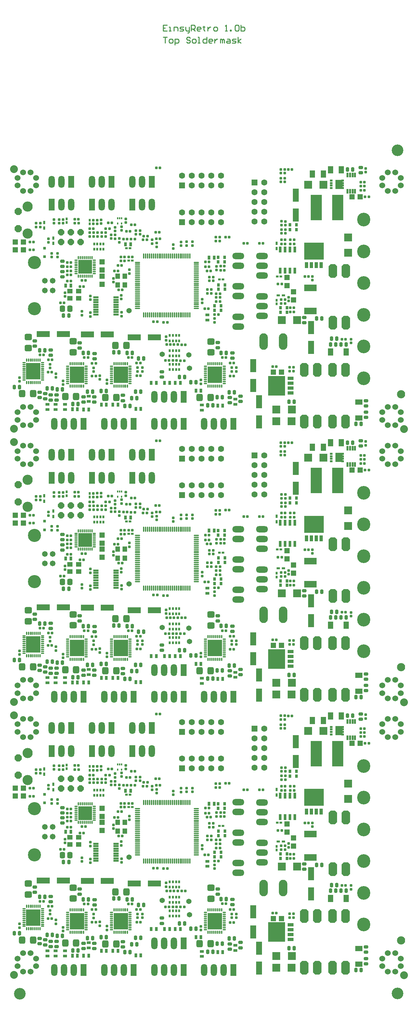
<source format=gts>
G04 Layer_Color=8388736*
%FSLAX24Y24*%
%MOIN*%
G70*
G01*
G75*
%ADD12C,0.0100*%
%ADD39C,0.0600*%
%ADD65R,0.1122X0.2598*%
%ADD121C,0.0300*%
%ADD137C,0.0840*%
%ADD215C,0.0631*%
%ADD216R,0.0460X0.0130*%
%ADD217R,0.0530X0.0170*%
G04:AMPARAMS|DCode=218|XSize=118.7mil|YSize=118.7mil|CornerRadius=59.4mil|HoleSize=0mil|Usage=FLASHONLY|Rotation=90.000|XOffset=0mil|YOffset=0mil|HoleType=Round|Shape=RoundedRectangle|*
%AMROUNDEDRECTD218*
21,1,0.1187,0.0000,0,0,90.0*
21,1,0.0000,0.1187,0,0,90.0*
1,1,0.1187,0.0000,0.0000*
1,1,0.1187,0.0000,0.0000*
1,1,0.1187,0.0000,0.0000*
1,1,0.1187,0.0000,0.0000*
%
%ADD218ROUNDEDRECTD218*%
%ADD219R,0.0158X0.0217*%
G04:AMPARAMS|DCode=220|XSize=26mil|YSize=28mil|CornerRadius=6.4mil|HoleSize=0mil|Usage=FLASHONLY|Rotation=90.000|XOffset=0mil|YOffset=0mil|HoleType=Round|Shape=RoundedRectangle|*
%AMROUNDEDRECTD220*
21,1,0.0260,0.0152,0,0,90.0*
21,1,0.0132,0.0280,0,0,90.0*
1,1,0.0128,0.0076,0.0066*
1,1,0.0128,0.0076,-0.0066*
1,1,0.0128,-0.0076,-0.0066*
1,1,0.0128,-0.0076,0.0066*
%
%ADD220ROUNDEDRECTD220*%
G04:AMPARAMS|DCode=221|XSize=26mil|YSize=28mil|CornerRadius=6.4mil|HoleSize=0mil|Usage=FLASHONLY|Rotation=180.000|XOffset=0mil|YOffset=0mil|HoleType=Round|Shape=RoundedRectangle|*
%AMROUNDEDRECTD221*
21,1,0.0260,0.0152,0,0,180.0*
21,1,0.0132,0.0280,0,0,180.0*
1,1,0.0128,-0.0066,0.0076*
1,1,0.0128,0.0066,0.0076*
1,1,0.0128,0.0066,-0.0076*
1,1,0.0128,-0.0066,-0.0076*
%
%ADD221ROUNDEDRECTD221*%
%ADD222R,0.0240X0.0320*%
%ADD223R,0.0830X0.0830*%
%ADD224R,0.0830X0.0830*%
%ADD225R,0.0320X0.0240*%
%ADD226R,0.1457X0.1654*%
%ADD227O,0.0138X0.0375*%
%ADD228O,0.0375X0.0138*%
G04:AMPARAMS|DCode=229|XSize=33.1mil|YSize=43.4mil|CornerRadius=7.8mil|HoleSize=0mil|Usage=FLASHONLY|Rotation=90.000|XOffset=0mil|YOffset=0mil|HoleType=Round|Shape=RoundedRectangle|*
%AMROUNDEDRECTD229*
21,1,0.0331,0.0277,0,0,90.0*
21,1,0.0175,0.0434,0,0,90.0*
1,1,0.0157,0.0139,0.0087*
1,1,0.0157,0.0139,-0.0087*
1,1,0.0157,-0.0139,-0.0087*
1,1,0.0157,-0.0139,0.0087*
%
%ADD229ROUNDEDRECTD229*%
%ADD230R,0.0749X0.0583*%
G04:AMPARAMS|DCode=231|XSize=33.1mil|YSize=43.4mil|CornerRadius=7.8mil|HoleSize=0mil|Usage=FLASHONLY|Rotation=0.000|XOffset=0mil|YOffset=0mil|HoleType=Round|Shape=RoundedRectangle|*
%AMROUNDEDRECTD231*
21,1,0.0331,0.0277,0,0,0.0*
21,1,0.0175,0.0434,0,0,0.0*
1,1,0.0157,0.0087,-0.0139*
1,1,0.0157,-0.0087,-0.0139*
1,1,0.0157,-0.0087,0.0139*
1,1,0.0157,0.0087,0.0139*
%
%ADD231ROUNDEDRECTD231*%
%ADD232R,0.0304X0.0386*%
%ADD233R,0.0386X0.0304*%
G04:AMPARAMS|DCode=234|XSize=54mil|YSize=54mil|CornerRadius=27mil|HoleSize=0mil|Usage=FLASHONLY|Rotation=270.000|XOffset=0mil|YOffset=0mil|HoleType=Round|Shape=RoundedRectangle|*
%AMROUNDEDRECTD234*
21,1,0.0540,0.0000,0,0,270.0*
21,1,0.0000,0.0540,0,0,270.0*
1,1,0.0540,0.0000,0.0000*
1,1,0.0540,0.0000,0.0000*
1,1,0.0540,0.0000,0.0000*
1,1,0.0540,0.0000,0.0000*
%
%ADD234ROUNDEDRECTD234*%
%ADD235R,0.0520X0.0520*%
%ADD236R,0.0520X0.0520*%
%ADD237R,0.0460X0.0560*%
%ADD238R,0.0276X0.0355*%
%ADD239R,0.0280X0.0280*%
%ADD240R,0.1300X0.0670*%
%ADD241R,0.0560X0.0460*%
%ADD242R,0.0583X0.0749*%
G04:AMPARAMS|DCode=243|XSize=80mil|YSize=80mil|CornerRadius=40mil|HoleSize=0mil|Usage=FLASHONLY|Rotation=0.000|XOffset=0mil|YOffset=0mil|HoleType=Round|Shape=RoundedRectangle|*
%AMROUNDEDRECTD243*
21,1,0.0800,0.0000,0,0,0.0*
21,1,0.0000,0.0800,0,0,0.0*
1,1,0.0800,0.0000,0.0000*
1,1,0.0800,0.0000,0.0000*
1,1,0.0800,0.0000,0.0000*
1,1,0.0800,0.0000,0.0000*
%
%ADD243ROUNDEDRECTD243*%
%ADD244R,0.0280X0.0640*%
%ADD245R,0.0540X0.0190*%
%ADD246R,0.0240X0.0300*%
G04:AMPARAMS|DCode=247|XSize=67mil|YSize=75mil|CornerRadius=17.7mil|HoleSize=0mil|Usage=FLASHONLY|Rotation=90.000|XOffset=0mil|YOffset=0mil|HoleType=Round|Shape=RoundedRectangle|*
%AMROUNDEDRECTD247*
21,1,0.0670,0.0395,0,0,90.0*
21,1,0.0315,0.0750,0,0,90.0*
1,1,0.0355,0.0198,0.0158*
1,1,0.0355,0.0198,-0.0158*
1,1,0.0355,-0.0198,-0.0158*
1,1,0.0355,-0.0198,0.0158*
%
%ADD247ROUNDEDRECTD247*%
G04:AMPARAMS|DCode=248|XSize=67mil|YSize=75mil|CornerRadius=17.7mil|HoleSize=0mil|Usage=FLASHONLY|Rotation=180.000|XOffset=0mil|YOffset=0mil|HoleType=Round|Shape=RoundedRectangle|*
%AMROUNDEDRECTD248*
21,1,0.0670,0.0395,0,0,180.0*
21,1,0.0315,0.0750,0,0,180.0*
1,1,0.0355,-0.0158,0.0198*
1,1,0.0355,0.0158,0.0198*
1,1,0.0355,0.0158,-0.0198*
1,1,0.0355,-0.0158,-0.0198*
%
%ADD248ROUNDEDRECTD248*%
%ADD249R,0.1379X0.0591*%
G04:AMPARAMS|DCode=250|XSize=56mil|YSize=64mil|CornerRadius=15mil|HoleSize=0mil|Usage=FLASHONLY|Rotation=180.000|XOffset=0mil|YOffset=0mil|HoleType=Round|Shape=RoundedRectangle|*
%AMROUNDEDRECTD250*
21,1,0.0560,0.0340,0,0,180.0*
21,1,0.0260,0.0640,0,0,180.0*
1,1,0.0300,-0.0130,0.0170*
1,1,0.0300,0.0130,0.0170*
1,1,0.0300,0.0130,-0.0170*
1,1,0.0300,-0.0130,-0.0170*
%
%ADD250ROUNDEDRECTD250*%
%ADD251R,0.0591X0.1379*%
%ADD252R,0.0600X0.0320*%
%ADD253R,0.1740X0.2010*%
%ADD254R,0.2010X0.1740*%
%ADD255R,0.0320X0.0600*%
%ADD256R,0.0257X0.0237*%
%ADD257O,0.0138X0.0552*%
%ADD258O,0.0552X0.0138*%
%ADD259R,0.0237X0.0257*%
%ADD260R,0.1410X0.1410*%
G04:AMPARAMS|DCode=261|XSize=15mil|YSize=35.4mil|CornerRadius=6.4mil|HoleSize=0mil|Usage=FLASHONLY|Rotation=270.000|XOffset=0mil|YOffset=0mil|HoleType=Round|Shape=RoundedRectangle|*
%AMROUNDEDRECTD261*
21,1,0.0150,0.0227,0,0,270.0*
21,1,0.0022,0.0354,0,0,270.0*
1,1,0.0128,-0.0113,-0.0011*
1,1,0.0128,-0.0113,0.0011*
1,1,0.0128,0.0113,0.0011*
1,1,0.0128,0.0113,-0.0011*
%
%ADD261ROUNDEDRECTD261*%
G04:AMPARAMS|DCode=262|XSize=15mil|YSize=35.4mil|CornerRadius=6.4mil|HoleSize=0mil|Usage=FLASHONLY|Rotation=180.000|XOffset=0mil|YOffset=0mil|HoleType=Round|Shape=RoundedRectangle|*
%AMROUNDEDRECTD262*
21,1,0.0150,0.0227,0,0,180.0*
21,1,0.0022,0.0354,0,0,180.0*
1,1,0.0128,-0.0011,0.0113*
1,1,0.0128,0.0011,0.0113*
1,1,0.0128,0.0011,-0.0113*
1,1,0.0128,-0.0011,-0.0113*
%
%ADD262ROUNDEDRECTD262*%
G04:AMPARAMS|DCode=263|XSize=27.6mil|YSize=28mil|CornerRadius=6.7mil|HoleSize=0mil|Usage=FLASHONLY|Rotation=90.000|XOffset=0mil|YOffset=0mil|HoleType=Round|Shape=RoundedRectangle|*
%AMROUNDEDRECTD263*
21,1,0.0276,0.0146,0,0,90.0*
21,1,0.0142,0.0280,0,0,90.0*
1,1,0.0134,0.0073,0.0071*
1,1,0.0134,0.0073,-0.0071*
1,1,0.0134,-0.0073,-0.0071*
1,1,0.0134,-0.0073,0.0071*
%
%ADD263ROUNDEDRECTD263*%
%ADD264R,0.0552X0.0749*%
%ADD265R,0.0212X0.0493*%
%ADD266R,0.0316X0.0205*%
%ADD267R,0.0768X0.0973*%
%ADD268R,0.0640X0.1240*%
%ADD269O,0.0640X0.1240*%
G04:AMPARAMS|DCode=270|XSize=137mil|YSize=87mil|CornerRadius=0mil|HoleSize=0mil|Usage=FLASHONLY|Rotation=270.000|XOffset=0mil|YOffset=0mil|HoleType=Round|Shape=Octagon|*
%AMOCTAGOND270*
4,1,8,-0.0217,-0.0685,0.0217,-0.0685,0.0435,-0.0467,0.0435,0.0467,0.0217,0.0685,-0.0217,0.0685,-0.0435,0.0467,-0.0435,-0.0467,-0.0217,-0.0685,0.0*
%
%ADD270OCTAGOND270*%

%ADD271O,0.1240X0.0640*%
%ADD272P,0.0801X8X292.5*%
%ADD273C,0.1040*%
%ADD274C,0.0580*%
%ADD275C,0.1345*%
%ADD276P,0.0714X8X22.5*%
%ADD277O,0.0865X0.1690*%
%ADD278R,0.0631X0.0631*%
%ADD279C,0.0631*%
%ADD280O,0.1340X0.1400*%
%ADD281R,0.0631X0.0631*%
G54D12*
X18878Y100578D02*
X18478D01*
Y99978D01*
X18878D01*
X18478Y100278D02*
X18678D01*
X19078Y99978D02*
X19278D01*
X19178D01*
Y100378D01*
X19078D01*
X19578Y99978D02*
Y100378D01*
X19878D01*
X19978Y100278D01*
Y99978D01*
X20178D02*
X20478D01*
X20578Y100078D01*
X20478Y100178D01*
X20278D01*
X20178Y100278D01*
X20278Y100378D01*
X20578D01*
X20778D02*
Y100078D01*
X20878Y99978D01*
X21177D01*
Y99878D01*
X21078Y99778D01*
X20978D01*
X21177Y99978D02*
Y100378D01*
X21377Y99978D02*
Y100578D01*
X21677D01*
X21777Y100478D01*
Y100278D01*
X21677Y100178D01*
X21377D01*
X21577D02*
X21777Y99978D01*
X22277D02*
X22077D01*
X21977Y100078D01*
Y100278D01*
X22077Y100378D01*
X22277D01*
X22377Y100278D01*
Y100178D01*
X21977D01*
X22677Y100478D02*
Y100378D01*
X22577D01*
X22777D01*
X22677D01*
Y100078D01*
X22777Y99978D01*
X23077Y100378D02*
Y99978D01*
Y100178D01*
X23177Y100278D01*
X23277Y100378D01*
X23377D01*
X23777Y99978D02*
X23977D01*
X24077Y100078D01*
Y100278D01*
X23977Y100378D01*
X23777D01*
X23677Y100278D01*
Y100078D01*
X23777Y99978D01*
X24876D02*
X25076D01*
X24976D01*
Y100578D01*
X24876Y100478D01*
X25376Y99978D02*
Y100078D01*
X25476D01*
Y99978D01*
X25376D01*
X25876Y100478D02*
X25976Y100578D01*
X26176D01*
X26276Y100478D01*
Y100078D01*
X26176Y99978D01*
X25976D01*
X25876Y100078D01*
Y100478D01*
X26476Y100578D02*
Y99978D01*
X26776D01*
X26876Y100078D01*
Y100178D01*
Y100278D01*
X26776Y100378D01*
X26476D01*
X18478Y99328D02*
X18878D01*
X18678D01*
Y98728D01*
X19178D02*
X19378D01*
X19478Y98828D01*
Y99028D01*
X19378Y99128D01*
X19178D01*
X19078Y99028D01*
Y98828D01*
X19178Y98728D01*
X19678Y98528D02*
Y99128D01*
X19978D01*
X20078Y99028D01*
Y98828D01*
X19978Y98728D01*
X19678D01*
X21277Y99228D02*
X21177Y99328D01*
X20978D01*
X20878Y99228D01*
Y99128D01*
X20978Y99028D01*
X21177D01*
X21277Y98928D01*
Y98828D01*
X21177Y98728D01*
X20978D01*
X20878Y98828D01*
X21577Y98728D02*
X21777D01*
X21877Y98828D01*
Y99028D01*
X21777Y99128D01*
X21577D01*
X21477Y99028D01*
Y98828D01*
X21577Y98728D01*
X22077D02*
X22277D01*
X22177D01*
Y99328D01*
X22077D01*
X22977D02*
Y98728D01*
X22677D01*
X22577Y98828D01*
Y99028D01*
X22677Y99128D01*
X22977D01*
X23477Y98728D02*
X23277D01*
X23177Y98828D01*
Y99028D01*
X23277Y99128D01*
X23477D01*
X23577Y99028D01*
Y98928D01*
X23177D01*
X23777Y99128D02*
Y98728D01*
Y98928D01*
X23877Y99028D01*
X23977Y99128D01*
X24077D01*
X24376Y98728D02*
Y99128D01*
X24476D01*
X24576Y99028D01*
Y98728D01*
Y99028D01*
X24676Y99128D01*
X24776Y99028D01*
Y98728D01*
X25076Y99128D02*
X25276D01*
X25376Y99028D01*
Y98728D01*
X25076D01*
X24976Y98828D01*
X25076Y98928D01*
X25376D01*
X25576Y98728D02*
X25876D01*
X25976Y98828D01*
X25876Y98928D01*
X25676D01*
X25576Y99028D01*
X25676Y99128D01*
X25976D01*
X26176Y98728D02*
Y99328D01*
Y98928D02*
X26476Y99128D01*
X26176Y98928D02*
X26476Y98728D01*
G54D39*
X4904Y3566D02*
D03*
X4117D02*
D03*
X3566Y4117D02*
D03*
Y4904D02*
D03*
X4117Y5455D02*
D03*
X4904D02*
D03*
X5455Y4904D02*
D03*
Y4117D02*
D03*
X4904Y27581D02*
D03*
X4117D02*
D03*
X3566Y28132D02*
D03*
Y28920D02*
D03*
X4117Y29471D02*
D03*
X4904D02*
D03*
X5455Y28920D02*
D03*
Y28132D02*
D03*
X42306Y27581D02*
D03*
X41518D02*
D03*
X40967Y28132D02*
D03*
Y28920D02*
D03*
X41518Y29471D02*
D03*
X42306D02*
D03*
X42857Y28920D02*
D03*
Y28132D02*
D03*
X42306Y3566D02*
D03*
X41518D02*
D03*
X40967Y4117D02*
D03*
Y4904D02*
D03*
X41518Y5455D02*
D03*
X42306D02*
D03*
X42857Y4904D02*
D03*
Y4117D02*
D03*
X4904Y31558D02*
D03*
X4117D02*
D03*
X3566Y32109D02*
D03*
Y32896D02*
D03*
X4117Y33447D02*
D03*
X4904D02*
D03*
X5455Y32896D02*
D03*
Y32109D02*
D03*
X4904Y55573D02*
D03*
X4117D02*
D03*
X3566Y56125D02*
D03*
Y56912D02*
D03*
X4117Y57463D02*
D03*
X4904D02*
D03*
X5455Y56912D02*
D03*
Y56125D02*
D03*
X42306Y55573D02*
D03*
X41518D02*
D03*
X40967Y56125D02*
D03*
Y56912D02*
D03*
X41518Y57463D02*
D03*
X42306D02*
D03*
X42857Y56912D02*
D03*
Y56125D02*
D03*
X42306Y31558D02*
D03*
X41518D02*
D03*
X40967Y32109D02*
D03*
Y32896D02*
D03*
X41518Y33447D02*
D03*
X42306D02*
D03*
X42857Y32896D02*
D03*
Y32109D02*
D03*
X4904Y59550D02*
D03*
X4117D02*
D03*
X3566Y60101D02*
D03*
Y60888D02*
D03*
X4117Y61440D02*
D03*
X4904D02*
D03*
X5455Y60888D02*
D03*
Y60101D02*
D03*
X4904Y83566D02*
D03*
X4117D02*
D03*
X3566Y84117D02*
D03*
Y84904D02*
D03*
X4117Y85455D02*
D03*
X4904D02*
D03*
X5455Y84904D02*
D03*
Y84117D02*
D03*
X42306Y83566D02*
D03*
X41518D02*
D03*
X40967Y84117D02*
D03*
Y84904D02*
D03*
X41518Y85455D02*
D03*
X42306D02*
D03*
X42857Y84904D02*
D03*
Y84117D02*
D03*
X42306Y59550D02*
D03*
X41518D02*
D03*
X40967Y60101D02*
D03*
Y60888D02*
D03*
X41518Y61440D02*
D03*
X42306D02*
D03*
X42857Y60888D02*
D03*
Y60101D02*
D03*
G54D65*
X36404Y25892D02*
D03*
X34180D02*
D03*
X36404Y53884D02*
D03*
X34180D02*
D03*
X36404Y81876D02*
D03*
X34180D02*
D03*
G54D121*
X23356Y9390D02*
D03*
X24222Y8090D02*
D03*
X23789D02*
D03*
X23356D02*
D03*
X24222Y8523D02*
D03*
X23789D02*
D03*
X23356D02*
D03*
X24222Y8956D02*
D03*
X23789D02*
D03*
X23356D02*
D03*
X24222Y9390D02*
D03*
X23789D02*
D03*
X14149D02*
D03*
X14582D02*
D03*
X13716Y8956D02*
D03*
X14149D02*
D03*
X14582D02*
D03*
X13716Y8523D02*
D03*
X14149D02*
D03*
X14582D02*
D03*
X13716Y8090D02*
D03*
X14149D02*
D03*
X14582D02*
D03*
X13716Y9390D02*
D03*
X9216D02*
D03*
X10082Y8090D02*
D03*
X9649D02*
D03*
X9216D02*
D03*
X10082Y8523D02*
D03*
X9649D02*
D03*
X9216D02*
D03*
X10082Y8956D02*
D03*
X9649D02*
D03*
X9216D02*
D03*
X10082Y9390D02*
D03*
X9649D02*
D03*
X5176Y9750D02*
D03*
X5609D02*
D03*
X4743Y9316D02*
D03*
X5176D02*
D03*
X5609D02*
D03*
X4743Y8883D02*
D03*
X5176D02*
D03*
X5609D02*
D03*
X4743Y8450D02*
D03*
X5176D02*
D03*
X5609D02*
D03*
X4743Y9750D02*
D03*
X30707Y8016D02*
D03*
Y8416D02*
D03*
X30307D02*
D03*
Y8016D02*
D03*
X29907D02*
D03*
Y8416D02*
D03*
X29507D02*
D03*
Y8016D02*
D03*
Y7216D02*
D03*
Y6816D02*
D03*
X29907D02*
D03*
Y7216D02*
D03*
X30307D02*
D03*
Y6816D02*
D03*
X30707D02*
D03*
Y7216D02*
D03*
Y7616D02*
D03*
X30307D02*
D03*
X29507D02*
D03*
X29907D02*
D03*
X33961Y21627D02*
D03*
Y22027D02*
D03*
Y21227D02*
D03*
Y20827D02*
D03*
X33561D02*
D03*
X33161D02*
D03*
Y21227D02*
D03*
X33561D02*
D03*
Y21627D02*
D03*
X33161D02*
D03*
Y22027D02*
D03*
X33561D02*
D03*
X34361D02*
D03*
X34761D02*
D03*
Y21627D02*
D03*
X34361D02*
D03*
Y21227D02*
D03*
X34761D02*
D03*
Y20827D02*
D03*
X34361D02*
D03*
X10873Y20173D02*
D03*
Y19799D02*
D03*
Y19425D02*
D03*
X10499D02*
D03*
X10125Y19416D02*
D03*
X10127Y19799D02*
D03*
X10123Y20177D02*
D03*
X10499Y20173D02*
D03*
Y19799D02*
D03*
X23356Y37382D02*
D03*
X24222Y36082D02*
D03*
X23789D02*
D03*
X23356D02*
D03*
X24222Y36516D02*
D03*
X23789D02*
D03*
X23356D02*
D03*
X24222Y36949D02*
D03*
X23789D02*
D03*
X23356D02*
D03*
X24222Y37382D02*
D03*
X23789D02*
D03*
X14149D02*
D03*
X14582D02*
D03*
X13716Y36949D02*
D03*
X14149D02*
D03*
X14582D02*
D03*
X13716Y36516D02*
D03*
X14149D02*
D03*
X14582D02*
D03*
X13716Y36082D02*
D03*
X14149D02*
D03*
X14582D02*
D03*
X13716Y37382D02*
D03*
X9216D02*
D03*
X10082Y36082D02*
D03*
X9649D02*
D03*
X9216D02*
D03*
X10082Y36516D02*
D03*
X9649D02*
D03*
X9216D02*
D03*
X10082Y36949D02*
D03*
X9649D02*
D03*
X9216D02*
D03*
X10082Y37382D02*
D03*
X9649D02*
D03*
X5176Y37742D02*
D03*
X5609D02*
D03*
X4743Y37309D02*
D03*
X5176D02*
D03*
X5609D02*
D03*
X4743Y36876D02*
D03*
X5176D02*
D03*
X5609D02*
D03*
X4743Y36442D02*
D03*
X5176D02*
D03*
X5609D02*
D03*
X4743Y37742D02*
D03*
X30707Y36008D02*
D03*
Y36408D02*
D03*
X30307D02*
D03*
Y36008D02*
D03*
X29907D02*
D03*
Y36408D02*
D03*
X29507D02*
D03*
Y36008D02*
D03*
Y35208D02*
D03*
Y34808D02*
D03*
X29907D02*
D03*
Y35208D02*
D03*
X30307D02*
D03*
Y34808D02*
D03*
X30707D02*
D03*
Y35208D02*
D03*
Y35608D02*
D03*
X30307D02*
D03*
X29507D02*
D03*
X29907D02*
D03*
X33961Y49619D02*
D03*
Y50019D02*
D03*
Y49219D02*
D03*
Y48819D02*
D03*
X33561D02*
D03*
X33161D02*
D03*
Y49219D02*
D03*
X33561D02*
D03*
Y49619D02*
D03*
X33161D02*
D03*
Y50019D02*
D03*
X33561D02*
D03*
X34361D02*
D03*
X34761D02*
D03*
Y49619D02*
D03*
X34361D02*
D03*
Y49219D02*
D03*
X34761D02*
D03*
Y48819D02*
D03*
X34361D02*
D03*
X10873Y48166D02*
D03*
Y47792D02*
D03*
Y47417D02*
D03*
X10499D02*
D03*
X10125Y47408D02*
D03*
X10127Y47792D02*
D03*
X10123Y48169D02*
D03*
X10499Y48166D02*
D03*
Y47792D02*
D03*
X23356Y65374D02*
D03*
X24222Y64075D02*
D03*
X23789D02*
D03*
X23356D02*
D03*
X24222Y64508D02*
D03*
X23789D02*
D03*
X23356D02*
D03*
X24222Y64941D02*
D03*
X23789D02*
D03*
X23356D02*
D03*
X24222Y65374D02*
D03*
X23789D02*
D03*
X14149D02*
D03*
X14582D02*
D03*
X13716Y64941D02*
D03*
X14149D02*
D03*
X14582D02*
D03*
X13716Y64508D02*
D03*
X14149D02*
D03*
X14582D02*
D03*
X13716Y64075D02*
D03*
X14149D02*
D03*
X14582D02*
D03*
X13716Y65374D02*
D03*
X9216D02*
D03*
X10082Y64075D02*
D03*
X9649D02*
D03*
X9216D02*
D03*
X10082Y64508D02*
D03*
X9649D02*
D03*
X9216D02*
D03*
X10082Y64941D02*
D03*
X9649D02*
D03*
X9216D02*
D03*
X10082Y65374D02*
D03*
X9649D02*
D03*
X5176Y65734D02*
D03*
X5609D02*
D03*
X4743Y65301D02*
D03*
X5176D02*
D03*
X5609D02*
D03*
X4743Y64868D02*
D03*
X5176D02*
D03*
X5609D02*
D03*
X4743Y64435D02*
D03*
X5176D02*
D03*
X5609D02*
D03*
X4743Y65734D02*
D03*
X30707Y64000D02*
D03*
Y64400D02*
D03*
X30307D02*
D03*
Y64000D02*
D03*
X29907D02*
D03*
Y64400D02*
D03*
X29507D02*
D03*
Y64000D02*
D03*
Y63200D02*
D03*
Y62800D02*
D03*
X29907D02*
D03*
Y63200D02*
D03*
X30307D02*
D03*
Y62800D02*
D03*
X30707D02*
D03*
Y63200D02*
D03*
Y63600D02*
D03*
X30307D02*
D03*
X29507D02*
D03*
X29907D02*
D03*
X33961Y77611D02*
D03*
Y78011D02*
D03*
Y77211D02*
D03*
Y76811D02*
D03*
X33561D02*
D03*
X33161D02*
D03*
Y77211D02*
D03*
X33561D02*
D03*
Y77611D02*
D03*
X33161D02*
D03*
Y78011D02*
D03*
X33561D02*
D03*
X34361D02*
D03*
X34761D02*
D03*
Y77611D02*
D03*
X34361D02*
D03*
Y77211D02*
D03*
X34761D02*
D03*
Y76811D02*
D03*
X34361D02*
D03*
X10873Y76158D02*
D03*
Y75784D02*
D03*
Y75410D02*
D03*
X10499D02*
D03*
X10125Y75400D02*
D03*
X10127Y75784D02*
D03*
X10123Y76161D02*
D03*
X10499Y76158D02*
D03*
Y75784D02*
D03*
G54D137*
X42906Y6754D02*
D03*
Y34747D02*
D03*
Y62739D02*
D03*
G54D215*
X28866Y28456D02*
D03*
Y27456D02*
D03*
Y26456D02*
D03*
Y25456D02*
D03*
Y24456D02*
D03*
Y56449D02*
D03*
Y55449D02*
D03*
Y54449D02*
D03*
Y53449D02*
D03*
Y52449D02*
D03*
Y84441D02*
D03*
Y83441D02*
D03*
Y82441D02*
D03*
Y81441D02*
D03*
Y80441D02*
D03*
G54D216*
X13641Y16675D02*
D03*
X13641Y16425D02*
D03*
X13641Y16175D02*
D03*
X13641Y15925D02*
D03*
X13641Y15675D02*
D03*
X13641Y15425D02*
D03*
Y15175D02*
D03*
X13641Y14925D02*
D03*
X11601D02*
D03*
X11601Y15175D02*
D03*
Y15425D02*
D03*
X11601Y15675D02*
D03*
X11601Y15925D02*
D03*
Y16175D02*
D03*
X11601Y16425D02*
D03*
X11601Y16675D02*
D03*
X13641Y44667D02*
D03*
X13641Y44417D02*
D03*
X13641Y44167D02*
D03*
X13641Y43917D02*
D03*
X13641Y43667D02*
D03*
X13641Y43417D02*
D03*
Y43167D02*
D03*
X13641Y42917D02*
D03*
X11601D02*
D03*
X11601Y43167D02*
D03*
Y43417D02*
D03*
X11601Y43667D02*
D03*
X11601Y43917D02*
D03*
Y44167D02*
D03*
X11601Y44417D02*
D03*
X11601Y44667D02*
D03*
X13641Y72659D02*
D03*
X13641Y72409D02*
D03*
X13641Y72159D02*
D03*
X13641Y71909D02*
D03*
X13641Y71659D02*
D03*
X13641Y71409D02*
D03*
Y71159D02*
D03*
X13641Y70909D02*
D03*
X11601D02*
D03*
X11601Y71159D02*
D03*
Y71409D02*
D03*
X11601Y71659D02*
D03*
X11601Y71909D02*
D03*
Y72159D02*
D03*
X11601Y72409D02*
D03*
X11601Y72659D02*
D03*
G54D217*
X13646Y16675D02*
D03*
X13646Y16425D02*
D03*
X13646Y16175D02*
D03*
X13646Y15925D02*
D03*
X13646Y15675D02*
D03*
X13646Y15425D02*
D03*
X13646Y15175D02*
D03*
X13646Y14925D02*
D03*
X11596Y14925D02*
D03*
X11596Y15175D02*
D03*
Y15425D02*
D03*
X11596Y15675D02*
D03*
X11596Y15925D02*
D03*
Y16175D02*
D03*
X11596Y16425D02*
D03*
Y16675D02*
D03*
X13646Y44667D02*
D03*
X13646Y44417D02*
D03*
X13646Y44167D02*
D03*
X13646Y43917D02*
D03*
X13646Y43667D02*
D03*
X13646Y43417D02*
D03*
X13646Y43167D02*
D03*
X13646Y42917D02*
D03*
X11596Y42917D02*
D03*
X11596Y43167D02*
D03*
Y43417D02*
D03*
X11596Y43667D02*
D03*
X11596Y43917D02*
D03*
Y44167D02*
D03*
X11596Y44417D02*
D03*
Y44667D02*
D03*
X13646Y72659D02*
D03*
X13646Y72409D02*
D03*
X13646Y72159D02*
D03*
X13646Y71909D02*
D03*
X13646Y71659D02*
D03*
X13646Y71409D02*
D03*
X13646Y71159D02*
D03*
X13646Y70909D02*
D03*
X11596Y70909D02*
D03*
X11596Y71159D02*
D03*
Y71409D02*
D03*
X11596Y71659D02*
D03*
X11596Y71909D02*
D03*
Y72159D02*
D03*
X11596Y72409D02*
D03*
Y72659D02*
D03*
G54D218*
X3789Y1289D02*
D03*
X42528Y1328D02*
D03*
Y87726D02*
D03*
G54D219*
X14218Y24785D02*
D03*
X14019D02*
D03*
X13821D02*
D03*
X13823Y24254D02*
D03*
X14216D02*
D03*
X14218Y52777D02*
D03*
X14019D02*
D03*
X13821D02*
D03*
X13823Y52246D02*
D03*
X14216D02*
D03*
X14218Y80769D02*
D03*
X14019D02*
D03*
X13821D02*
D03*
X13823Y80238D02*
D03*
X14216D02*
D03*
G54D220*
X14219Y23928D02*
D03*
Y23551D02*
D03*
X13572Y22693D02*
D03*
Y23072D02*
D03*
X12195Y22921D02*
D03*
Y23300D02*
D03*
X10965Y22921D02*
D03*
Y23300D02*
D03*
X11317Y24587D02*
D03*
Y24208D02*
D03*
X8228Y24657D02*
D03*
Y24279D02*
D03*
X12139Y24609D02*
D03*
Y24232D02*
D03*
X7289Y24659D02*
D03*
Y24282D02*
D03*
X17819Y22238D02*
D03*
Y21859D02*
D03*
X15704Y23130D02*
D03*
Y23509D02*
D03*
X20329Y21980D02*
D03*
Y22359D02*
D03*
X20909Y21990D02*
D03*
Y22369D02*
D03*
X21479Y21990D02*
D03*
Y22369D02*
D03*
X14659Y24329D02*
D03*
Y24708D02*
D03*
X18782Y12651D02*
D03*
Y12272D02*
D03*
X30614Y23618D02*
D03*
Y23239D02*
D03*
X7489Y8480D02*
D03*
Y8859D02*
D03*
X5879Y23889D02*
D03*
Y24268D02*
D03*
X6729Y22680D02*
D03*
Y22301D02*
D03*
X33799Y18430D02*
D03*
Y18809D02*
D03*
X31369Y16688D02*
D03*
Y16309D02*
D03*
X7645Y21188D02*
D03*
Y20809D02*
D03*
X17369Y22189D02*
D03*
Y22568D02*
D03*
X24339Y17059D02*
D03*
Y16680D02*
D03*
X23769Y14498D02*
D03*
Y14119D02*
D03*
X23969Y19479D02*
D03*
Y19858D02*
D03*
X39272Y29892D02*
D03*
Y29513D02*
D03*
X11979Y8280D02*
D03*
Y8659D02*
D03*
X16349Y9469D02*
D03*
Y9090D02*
D03*
X25999D02*
D03*
Y9469D02*
D03*
X11364Y23298D02*
D03*
Y22921D02*
D03*
X11774Y23298D02*
D03*
Y22921D02*
D03*
X13150Y23074D02*
D03*
Y22697D02*
D03*
X13979Y22699D02*
D03*
Y22320D02*
D03*
X16114Y23509D02*
D03*
Y23130D02*
D03*
X31024Y23618D02*
D03*
Y23239D02*
D03*
X23929Y17059D02*
D03*
Y16680D02*
D03*
X30952Y29782D02*
D03*
Y29403D02*
D03*
X30552Y29782D02*
D03*
Y29403D02*
D03*
X30619Y24084D02*
D03*
Y24463D02*
D03*
X10152Y14862D02*
D03*
Y15241D02*
D03*
X13563Y23850D02*
D03*
Y23471D02*
D03*
X11733Y24211D02*
D03*
Y24590D02*
D03*
X7815Y24657D02*
D03*
Y24279D02*
D03*
X12608Y22921D02*
D03*
Y23300D02*
D03*
X3759Y8449D02*
D03*
Y8072D02*
D03*
X6909Y9826D02*
D03*
Y9449D02*
D03*
X15029Y19119D02*
D03*
Y19496D02*
D03*
X22499Y16115D02*
D03*
Y16492D02*
D03*
X5469Y24266D02*
D03*
Y23889D02*
D03*
X8429Y17139D02*
D03*
Y16762D02*
D03*
X13379Y18229D02*
D03*
Y18606D02*
D03*
X19529Y22069D02*
D03*
Y21692D02*
D03*
X11036Y14727D02*
D03*
Y15104D02*
D03*
X14215Y15133D02*
D03*
Y14756D02*
D03*
X14205Y16882D02*
D03*
Y16505D02*
D03*
X11026Y16446D02*
D03*
Y16823D02*
D03*
X7045Y20812D02*
D03*
Y21189D02*
D03*
X11369Y9456D02*
D03*
Y9079D02*
D03*
X8219Y8109D02*
D03*
Y7732D02*
D03*
X15869Y9089D02*
D03*
Y9466D02*
D03*
X12729Y8219D02*
D03*
Y7842D02*
D03*
X25519Y9466D02*
D03*
Y9089D02*
D03*
X22369Y8199D02*
D03*
Y7822D02*
D03*
X31019Y24461D02*
D03*
Y24084D02*
D03*
X30959Y28879D02*
D03*
Y28500D02*
D03*
X30549Y28879D02*
D03*
Y28500D02*
D03*
X14219Y51920D02*
D03*
Y51543D02*
D03*
X13572Y50685D02*
D03*
Y51064D02*
D03*
X12195Y50913D02*
D03*
Y51292D02*
D03*
X10965Y50913D02*
D03*
Y51292D02*
D03*
X11317Y52579D02*
D03*
Y52200D02*
D03*
X8228Y52650D02*
D03*
Y52271D02*
D03*
X12139Y52601D02*
D03*
Y52224D02*
D03*
X7289Y52652D02*
D03*
Y52274D02*
D03*
X17819Y50230D02*
D03*
Y49851D02*
D03*
X15704Y51123D02*
D03*
Y51501D02*
D03*
X20329Y49973D02*
D03*
Y50352D02*
D03*
X20909Y49983D02*
D03*
Y50361D02*
D03*
X21479Y49983D02*
D03*
Y50361D02*
D03*
X14659Y52322D02*
D03*
Y52700D02*
D03*
X18782Y40643D02*
D03*
Y40264D02*
D03*
X30614Y51610D02*
D03*
Y51231D02*
D03*
X7489Y36473D02*
D03*
Y36851D02*
D03*
X5879Y51881D02*
D03*
Y52260D02*
D03*
X6729Y50673D02*
D03*
Y50294D02*
D03*
X33799Y46422D02*
D03*
Y46801D02*
D03*
X31369Y44680D02*
D03*
Y44302D02*
D03*
X7645Y49181D02*
D03*
Y48802D02*
D03*
X17369Y50181D02*
D03*
Y50560D02*
D03*
X24339Y45051D02*
D03*
Y44673D02*
D03*
X23769Y42490D02*
D03*
Y42112D02*
D03*
X23969Y47471D02*
D03*
Y47850D02*
D03*
X39272Y57884D02*
D03*
Y57505D02*
D03*
X11979Y36273D02*
D03*
Y36651D02*
D03*
X16349Y37462D02*
D03*
Y37083D02*
D03*
X25999D02*
D03*
Y37462D02*
D03*
X11364Y51290D02*
D03*
Y50913D02*
D03*
X11774Y51290D02*
D03*
Y50913D02*
D03*
X13150Y51066D02*
D03*
Y50689D02*
D03*
X13979Y50691D02*
D03*
Y50313D02*
D03*
X16114Y51501D02*
D03*
Y51123D02*
D03*
X31024Y51610D02*
D03*
Y51231D02*
D03*
X23929Y45051D02*
D03*
Y44673D02*
D03*
X30952Y57774D02*
D03*
Y57395D02*
D03*
X30552Y57774D02*
D03*
Y57395D02*
D03*
X30619Y52077D02*
D03*
Y52456D02*
D03*
X10152Y42854D02*
D03*
Y43233D02*
D03*
X13563Y51843D02*
D03*
Y51464D02*
D03*
X11733Y52203D02*
D03*
Y52582D02*
D03*
X7815Y52650D02*
D03*
Y52271D02*
D03*
X12608Y50913D02*
D03*
Y51292D02*
D03*
X3759Y36442D02*
D03*
Y36065D02*
D03*
X6909Y37819D02*
D03*
Y37441D02*
D03*
X15029Y47112D02*
D03*
Y47488D02*
D03*
X22499Y44107D02*
D03*
Y44484D02*
D03*
X5469Y52259D02*
D03*
Y51881D02*
D03*
X8429Y45132D02*
D03*
Y44755D02*
D03*
X13379Y46221D02*
D03*
Y46599D02*
D03*
X19529Y50061D02*
D03*
Y49685D02*
D03*
X11036Y42719D02*
D03*
Y43096D02*
D03*
X14215Y43125D02*
D03*
Y42748D02*
D03*
X14205Y44875D02*
D03*
Y44498D02*
D03*
X11026Y44439D02*
D03*
Y44816D02*
D03*
X7045Y48804D02*
D03*
Y49181D02*
D03*
X11369Y37448D02*
D03*
Y37071D02*
D03*
X8219Y36102D02*
D03*
Y35724D02*
D03*
X15869Y37081D02*
D03*
Y37459D02*
D03*
X12729Y36212D02*
D03*
Y35835D02*
D03*
X25519Y37459D02*
D03*
Y37081D02*
D03*
X22369Y36191D02*
D03*
Y35814D02*
D03*
X31019Y52454D02*
D03*
Y52077D02*
D03*
X30959Y56872D02*
D03*
Y56493D02*
D03*
X30549Y56872D02*
D03*
Y56493D02*
D03*
X14219Y79912D02*
D03*
Y79535D02*
D03*
X13572Y78677D02*
D03*
Y79056D02*
D03*
X12195Y78906D02*
D03*
Y79284D02*
D03*
X10965Y78905D02*
D03*
Y79284D02*
D03*
X11317Y80571D02*
D03*
Y80192D02*
D03*
X8228Y80642D02*
D03*
Y80263D02*
D03*
X12139Y80594D02*
D03*
Y80217D02*
D03*
X7289Y80644D02*
D03*
Y80267D02*
D03*
X17819Y78223D02*
D03*
Y77844D02*
D03*
X15704Y79115D02*
D03*
Y79494D02*
D03*
X20329Y77965D02*
D03*
Y78344D02*
D03*
X20909Y77975D02*
D03*
Y78354D02*
D03*
X21479Y77975D02*
D03*
Y78354D02*
D03*
X14659Y80314D02*
D03*
Y80693D02*
D03*
X18782Y68635D02*
D03*
Y68256D02*
D03*
X30614Y79603D02*
D03*
Y79224D02*
D03*
X7489Y64465D02*
D03*
Y64844D02*
D03*
X5879Y79874D02*
D03*
Y80253D02*
D03*
X6729Y78665D02*
D03*
Y78286D02*
D03*
X33799Y74414D02*
D03*
Y74793D02*
D03*
X31369Y72673D02*
D03*
Y72294D02*
D03*
X7645Y77173D02*
D03*
Y76794D02*
D03*
X17369Y78174D02*
D03*
Y78553D02*
D03*
X24339Y73044D02*
D03*
Y72665D02*
D03*
X23769Y70483D02*
D03*
Y70104D02*
D03*
X23969Y75464D02*
D03*
Y75843D02*
D03*
X39272Y85876D02*
D03*
Y85497D02*
D03*
X11979Y64265D02*
D03*
Y64644D02*
D03*
X16349Y65454D02*
D03*
Y65075D02*
D03*
X25999D02*
D03*
Y65454D02*
D03*
X11364Y79282D02*
D03*
Y78905D02*
D03*
X11774Y79282D02*
D03*
Y78905D02*
D03*
X13150Y79058D02*
D03*
Y78681D02*
D03*
X13979Y78684D02*
D03*
Y78305D02*
D03*
X16114Y79494D02*
D03*
Y79115D02*
D03*
X31024Y79603D02*
D03*
Y79224D02*
D03*
X23929Y73044D02*
D03*
Y72665D02*
D03*
X30952Y85766D02*
D03*
Y85387D02*
D03*
X30552Y85766D02*
D03*
Y85387D02*
D03*
X30619Y80069D02*
D03*
Y80448D02*
D03*
X10152Y70846D02*
D03*
Y71225D02*
D03*
X13563Y79835D02*
D03*
Y79456D02*
D03*
X11733Y80195D02*
D03*
Y80574D02*
D03*
X7815Y80642D02*
D03*
Y80263D02*
D03*
X12608Y78906D02*
D03*
Y79284D02*
D03*
X3759Y64434D02*
D03*
Y64057D02*
D03*
X6909Y65811D02*
D03*
Y65434D02*
D03*
X15029Y75104D02*
D03*
Y75481D02*
D03*
X22499Y72099D02*
D03*
Y72476D02*
D03*
X5469Y80251D02*
D03*
Y79874D02*
D03*
X8429Y73124D02*
D03*
Y72747D02*
D03*
X13379Y74214D02*
D03*
Y74591D02*
D03*
X19529Y78054D02*
D03*
Y77677D02*
D03*
X11036Y70711D02*
D03*
Y71088D02*
D03*
X14215Y71117D02*
D03*
Y70740D02*
D03*
X14205Y72867D02*
D03*
Y72490D02*
D03*
X11026Y72431D02*
D03*
Y72808D02*
D03*
X7045Y76797D02*
D03*
Y77174D02*
D03*
X11369Y65441D02*
D03*
Y65064D02*
D03*
X8219Y64094D02*
D03*
Y63717D02*
D03*
X15869Y65074D02*
D03*
Y65451D02*
D03*
X12729Y64204D02*
D03*
Y63827D02*
D03*
X25519Y65451D02*
D03*
Y65074D02*
D03*
X22369Y64184D02*
D03*
Y63807D02*
D03*
X31019Y80446D02*
D03*
Y80069D02*
D03*
X30959Y84864D02*
D03*
Y84485D02*
D03*
X30549Y84864D02*
D03*
Y84485D02*
D03*
G54D221*
X13229Y24319D02*
D03*
X12852D02*
D03*
X12601Y23699D02*
D03*
X12978D02*
D03*
X9809Y24689D02*
D03*
X9432D02*
D03*
X15325Y20812D02*
D03*
X14946D02*
D03*
X14149Y20419D02*
D03*
X14526D02*
D03*
X15215Y24104D02*
D03*
X15594D02*
D03*
X24880Y22859D02*
D03*
X25259D02*
D03*
X14730Y23459D02*
D03*
X15109D02*
D03*
X15210Y22649D02*
D03*
X15589D02*
D03*
X17730Y23339D02*
D03*
X18109D02*
D03*
X18171Y22667D02*
D03*
X17792D02*
D03*
X17507Y14179D02*
D03*
X17886D02*
D03*
X13860Y19949D02*
D03*
X14239D02*
D03*
X16510Y22959D02*
D03*
X16889D02*
D03*
X23040Y17074D02*
D03*
X23419D02*
D03*
X23040Y17464D02*
D03*
X23419D02*
D03*
X22760Y15514D02*
D03*
X23139D02*
D03*
X4823Y22349D02*
D03*
X5202D02*
D03*
X30992Y22142D02*
D03*
X30613D02*
D03*
X31543D02*
D03*
X31922D02*
D03*
X30612Y22572D02*
D03*
X30991D02*
D03*
X24389Y19459D02*
D03*
X24768D02*
D03*
X4820Y21539D02*
D03*
X5199D02*
D03*
X24319Y16229D02*
D03*
X23940D02*
D03*
X30098Y9569D02*
D03*
X29719D02*
D03*
X31849Y9509D02*
D03*
X31470D02*
D03*
X31852Y9104D02*
D03*
X31473D02*
D03*
X33396Y18799D02*
D03*
X33017D02*
D03*
X39200Y26978D02*
D03*
X39579D02*
D03*
X8660Y19389D02*
D03*
X9039D02*
D03*
Y19799D02*
D03*
X8660D02*
D03*
X30652Y18032D02*
D03*
X30273D02*
D03*
X24768Y19879D02*
D03*
X24389D02*
D03*
X31921Y22572D02*
D03*
X31542D02*
D03*
X39135Y27652D02*
D03*
X38756D02*
D03*
X16818Y22569D02*
D03*
X16439D02*
D03*
X30610Y16459D02*
D03*
X30989D02*
D03*
X30988Y16059D02*
D03*
X30609D02*
D03*
X23618Y18369D02*
D03*
X23239D02*
D03*
X24149Y14899D02*
D03*
X23770D02*
D03*
X31908Y15179D02*
D03*
X31529D02*
D03*
X14152Y20807D02*
D03*
X14531D02*
D03*
X11341Y23711D02*
D03*
X10962D02*
D03*
X9036Y18349D02*
D03*
X8659D02*
D03*
X31706Y29779D02*
D03*
X31329D02*
D03*
X17789Y29959D02*
D03*
X18166D02*
D03*
X7109Y10279D02*
D03*
X6732D02*
D03*
X6226Y10769D02*
D03*
X5849D02*
D03*
X6699Y8999D02*
D03*
X7076D02*
D03*
X22827Y19806D02*
D03*
X23204D02*
D03*
X18916Y14117D02*
D03*
X18539D02*
D03*
X8339Y16099D02*
D03*
X7962D02*
D03*
X9036Y18989D02*
D03*
X8659D02*
D03*
X13859Y19364D02*
D03*
X13482D02*
D03*
X9036Y20229D02*
D03*
X8659D02*
D03*
X9962Y17769D02*
D03*
X10339D02*
D03*
X10146Y18417D02*
D03*
X10523D02*
D03*
X14296Y17451D02*
D03*
X13919D02*
D03*
X22985Y19392D02*
D03*
X23362D02*
D03*
X22822Y20319D02*
D03*
X23199D02*
D03*
X20764Y11828D02*
D03*
X20387D02*
D03*
X20277Y10194D02*
D03*
X20654D02*
D03*
X19606Y11838D02*
D03*
X19983D02*
D03*
X19873Y10204D02*
D03*
X19496D02*
D03*
X18858Y11838D02*
D03*
X19235D02*
D03*
X19096Y10204D02*
D03*
X18719D02*
D03*
X23619Y18749D02*
D03*
X23242D02*
D03*
X11583Y9919D02*
D03*
X11206D02*
D03*
X10786Y10509D02*
D03*
X10409D02*
D03*
X11209Y8619D02*
D03*
X11586D02*
D03*
X15772Y9929D02*
D03*
X16149D02*
D03*
X15296Y10509D02*
D03*
X14919D02*
D03*
X16176Y8639D02*
D03*
X15799D02*
D03*
X25729Y9929D02*
D03*
X25352D02*
D03*
X24926Y10519D02*
D03*
X24549D02*
D03*
X25359Y8599D02*
D03*
X25736D02*
D03*
X31529Y15609D02*
D03*
X31906D02*
D03*
X9436Y24278D02*
D03*
X9815D02*
D03*
X14429Y22659D02*
D03*
X14808D02*
D03*
X37191Y12392D02*
D03*
X36812D02*
D03*
X39135Y28479D02*
D03*
X38756D02*
D03*
X39133Y28065D02*
D03*
X38756D02*
D03*
X27138Y22199D02*
D03*
X26759D02*
D03*
X28359D02*
D03*
X28738D02*
D03*
X24278Y22429D02*
D03*
X23899D02*
D03*
X24279Y22839D02*
D03*
X23900D02*
D03*
X13229Y52312D02*
D03*
X12852D02*
D03*
X12601Y51691D02*
D03*
X12978D02*
D03*
X9809Y52681D02*
D03*
X9432D02*
D03*
X15325Y48804D02*
D03*
X14946D02*
D03*
X14149Y48411D02*
D03*
X14526D02*
D03*
X15215Y52096D02*
D03*
X15594D02*
D03*
X24880Y50851D02*
D03*
X25259D02*
D03*
X14730Y51452D02*
D03*
X15109D02*
D03*
X15210Y50641D02*
D03*
X15589D02*
D03*
X17730Y51332D02*
D03*
X18109D02*
D03*
X18171Y50659D02*
D03*
X17792D02*
D03*
X17507Y42172D02*
D03*
X17886D02*
D03*
X13860Y47941D02*
D03*
X14239D02*
D03*
X16510Y50951D02*
D03*
X16889D02*
D03*
X23040Y45067D02*
D03*
X23419D02*
D03*
X23040Y45457D02*
D03*
X23419D02*
D03*
X22760Y43507D02*
D03*
X23139D02*
D03*
X4823Y50342D02*
D03*
X5202D02*
D03*
X30992Y50134D02*
D03*
X30613D02*
D03*
X31543D02*
D03*
X31922D02*
D03*
X30612Y50564D02*
D03*
X30991D02*
D03*
X24389Y47452D02*
D03*
X24768D02*
D03*
X4820Y49531D02*
D03*
X5199D02*
D03*
X24319Y44222D02*
D03*
X23940D02*
D03*
X30098Y37562D02*
D03*
X29719D02*
D03*
X31849Y37501D02*
D03*
X31470D02*
D03*
X31852Y37096D02*
D03*
X31473D02*
D03*
X33396Y46791D02*
D03*
X33017D02*
D03*
X39200Y54970D02*
D03*
X39579D02*
D03*
X8660Y47382D02*
D03*
X9039D02*
D03*
Y47792D02*
D03*
X8660D02*
D03*
X30652Y46024D02*
D03*
X30273D02*
D03*
X24768Y47871D02*
D03*
X24389D02*
D03*
X31921Y50564D02*
D03*
X31542D02*
D03*
X39135Y55644D02*
D03*
X38756D02*
D03*
X16818Y50561D02*
D03*
X16439D02*
D03*
X30610Y44451D02*
D03*
X30989D02*
D03*
X30988Y44051D02*
D03*
X30609D02*
D03*
X23618Y46361D02*
D03*
X23239D02*
D03*
X24149Y42892D02*
D03*
X23770D02*
D03*
X31908Y43172D02*
D03*
X31529D02*
D03*
X14152Y48799D02*
D03*
X14531D02*
D03*
X11341Y51703D02*
D03*
X10962D02*
D03*
X9036Y46342D02*
D03*
X8659D02*
D03*
X31706Y57772D02*
D03*
X31329D02*
D03*
X17789Y57951D02*
D03*
X18166D02*
D03*
X7109Y38272D02*
D03*
X6732D02*
D03*
X6226Y38761D02*
D03*
X5849D02*
D03*
X6699Y36992D02*
D03*
X7076D02*
D03*
X22827Y47798D02*
D03*
X23204D02*
D03*
X18916Y42109D02*
D03*
X18539D02*
D03*
X8339Y44092D02*
D03*
X7962D02*
D03*
X9036Y46982D02*
D03*
X8659D02*
D03*
X13859Y47357D02*
D03*
X13482D02*
D03*
X9036Y48222D02*
D03*
X8659D02*
D03*
X9962Y45761D02*
D03*
X10339D02*
D03*
X10146Y46409D02*
D03*
X10523D02*
D03*
X14296Y45444D02*
D03*
X13919D02*
D03*
X22985Y47384D02*
D03*
X23362D02*
D03*
X22822Y48312D02*
D03*
X23199D02*
D03*
X20764Y39820D02*
D03*
X20387D02*
D03*
X20277Y38186D02*
D03*
X20654D02*
D03*
X19606Y39830D02*
D03*
X19983D02*
D03*
X19873Y38196D02*
D03*
X19496D02*
D03*
X18858Y39830D02*
D03*
X19235D02*
D03*
X19096Y38196D02*
D03*
X18719D02*
D03*
X23619Y46741D02*
D03*
X23242D02*
D03*
X11583Y37912D02*
D03*
X11206D02*
D03*
X10786Y38502D02*
D03*
X10409D02*
D03*
X11209Y36611D02*
D03*
X11586D02*
D03*
X15772Y37922D02*
D03*
X16149D02*
D03*
X15296Y38502D02*
D03*
X14919D02*
D03*
X16176Y36632D02*
D03*
X15799D02*
D03*
X25729Y37922D02*
D03*
X25352D02*
D03*
X24926Y38512D02*
D03*
X24549D02*
D03*
X25359Y36591D02*
D03*
X25736D02*
D03*
X31529Y43601D02*
D03*
X31906D02*
D03*
X9436Y52270D02*
D03*
X9815D02*
D03*
X14429Y50651D02*
D03*
X14808D02*
D03*
X37191Y40384D02*
D03*
X36812D02*
D03*
X39135Y56471D02*
D03*
X38756D02*
D03*
X39133Y56057D02*
D03*
X38756D02*
D03*
X27138Y50191D02*
D03*
X26759D02*
D03*
X28359D02*
D03*
X28738D02*
D03*
X24278Y50422D02*
D03*
X23899D02*
D03*
X24279Y50831D02*
D03*
X23900D02*
D03*
X13229Y80304D02*
D03*
X12852D02*
D03*
X12601Y79684D02*
D03*
X12978D02*
D03*
X9809Y80674D02*
D03*
X9432D02*
D03*
X15325Y76796D02*
D03*
X14946D02*
D03*
X14149Y76404D02*
D03*
X14526D02*
D03*
X15215Y80089D02*
D03*
X15594D02*
D03*
X24880Y78844D02*
D03*
X25259D02*
D03*
X14730Y79444D02*
D03*
X15109D02*
D03*
X15210Y78634D02*
D03*
X15589D02*
D03*
X17730Y79324D02*
D03*
X18109D02*
D03*
X18171Y78652D02*
D03*
X17792D02*
D03*
X17507Y70164D02*
D03*
X17886D02*
D03*
X13860Y75934D02*
D03*
X14239D02*
D03*
X16510Y78944D02*
D03*
X16889D02*
D03*
X23040Y73059D02*
D03*
X23419D02*
D03*
X23040Y73449D02*
D03*
X23419D02*
D03*
X22760Y71499D02*
D03*
X23139D02*
D03*
X4823Y78334D02*
D03*
X5202D02*
D03*
X30992Y78126D02*
D03*
X30613D02*
D03*
X31543D02*
D03*
X31922D02*
D03*
X30612Y78556D02*
D03*
X30991D02*
D03*
X24389Y75444D02*
D03*
X24768D02*
D03*
X4820Y77524D02*
D03*
X5199D02*
D03*
X24319Y72214D02*
D03*
X23940D02*
D03*
X30098Y65554D02*
D03*
X29719D02*
D03*
X31849Y65494D02*
D03*
X31470D02*
D03*
X31852Y65089D02*
D03*
X31473D02*
D03*
X33396Y74783D02*
D03*
X33017D02*
D03*
X39200Y82963D02*
D03*
X39579D02*
D03*
X8660Y75374D02*
D03*
X9039D02*
D03*
Y75784D02*
D03*
X8660D02*
D03*
X30652Y74016D02*
D03*
X30273D02*
D03*
X24768Y75864D02*
D03*
X24389D02*
D03*
X31921Y78556D02*
D03*
X31542D02*
D03*
X39135Y83636D02*
D03*
X38756D02*
D03*
X16818Y78554D02*
D03*
X16439D02*
D03*
X30610Y72444D02*
D03*
X30989D02*
D03*
X30988Y72044D02*
D03*
X30609D02*
D03*
X23618Y74354D02*
D03*
X23239D02*
D03*
X24149Y70884D02*
D03*
X23770D02*
D03*
X31908Y71164D02*
D03*
X31529D02*
D03*
X14152Y76791D02*
D03*
X14531D02*
D03*
X11341Y79695D02*
D03*
X10962D02*
D03*
X9036Y74334D02*
D03*
X8659D02*
D03*
X31706Y85764D02*
D03*
X31329D02*
D03*
X17789Y85944D02*
D03*
X18166D02*
D03*
X7109Y66264D02*
D03*
X6732D02*
D03*
X6226Y66754D02*
D03*
X5849D02*
D03*
X6699Y64984D02*
D03*
X7076D02*
D03*
X22827Y75790D02*
D03*
X23204D02*
D03*
X18916Y70102D02*
D03*
X18539D02*
D03*
X8339Y72084D02*
D03*
X7962D02*
D03*
X9036Y74974D02*
D03*
X8659D02*
D03*
X13859Y75349D02*
D03*
X13482D02*
D03*
X9036Y76214D02*
D03*
X8659D02*
D03*
X9962Y73754D02*
D03*
X10339D02*
D03*
X10146Y74401D02*
D03*
X10523D02*
D03*
X14296Y73436D02*
D03*
X13919D02*
D03*
X22985Y75377D02*
D03*
X23362D02*
D03*
X22822Y76304D02*
D03*
X23199D02*
D03*
X20764Y67812D02*
D03*
X20387D02*
D03*
X20277Y66178D02*
D03*
X20654D02*
D03*
X19606Y67822D02*
D03*
X19983D02*
D03*
X19873Y66188D02*
D03*
X19496D02*
D03*
X18858Y67822D02*
D03*
X19235D02*
D03*
X19096Y66188D02*
D03*
X18719D02*
D03*
X23619Y74734D02*
D03*
X23242D02*
D03*
X11583Y65904D02*
D03*
X11206D02*
D03*
X10786Y66494D02*
D03*
X10409D02*
D03*
X11209Y64604D02*
D03*
X11586D02*
D03*
X15772Y65914D02*
D03*
X16149D02*
D03*
X15296Y66494D02*
D03*
X14919D02*
D03*
X16176Y64624D02*
D03*
X15799D02*
D03*
X25729Y65914D02*
D03*
X25352D02*
D03*
X24926Y66504D02*
D03*
X24549D02*
D03*
X25359Y64584D02*
D03*
X25736D02*
D03*
X31529Y71594D02*
D03*
X31906D02*
D03*
X9436Y80263D02*
D03*
X9815D02*
D03*
X14429Y78644D02*
D03*
X14808D02*
D03*
X37191Y68376D02*
D03*
X36812D02*
D03*
X39135Y84463D02*
D03*
X38756D02*
D03*
X39133Y84049D02*
D03*
X38756D02*
D03*
X27138Y78184D02*
D03*
X26759D02*
D03*
X28359D02*
D03*
X28738D02*
D03*
X24278Y78414D02*
D03*
X23899D02*
D03*
X24279Y78824D02*
D03*
X23900D02*
D03*
G54D222*
X30128Y22224D02*
D03*
Y21673D02*
D03*
X6299Y23784D02*
D03*
Y24335D02*
D03*
X7231Y22205D02*
D03*
Y22756D02*
D03*
X30128Y50217D02*
D03*
Y49665D02*
D03*
X6299Y51776D02*
D03*
Y52327D02*
D03*
X7231Y50197D02*
D03*
Y50748D02*
D03*
X30128Y78209D02*
D03*
Y77657D02*
D03*
X6299Y79768D02*
D03*
Y80319D02*
D03*
X7231Y78189D02*
D03*
Y78740D02*
D03*
G54D223*
X37470Y22827D02*
D03*
Y21250D02*
D03*
Y50820D02*
D03*
Y49242D02*
D03*
Y78812D02*
D03*
Y77234D02*
D03*
G54D224*
X30649Y14329D02*
D03*
X32227D02*
D03*
X30097Y3978D02*
D03*
X31675D02*
D03*
X31684Y5176D02*
D03*
X30107D02*
D03*
X33362Y28222D02*
D03*
X34939D02*
D03*
X30649Y42322D02*
D03*
X32227D02*
D03*
X30097Y31970D02*
D03*
X31675D02*
D03*
X31684Y33168D02*
D03*
X30107D02*
D03*
X33362Y56214D02*
D03*
X34939D02*
D03*
X30649Y70314D02*
D03*
X32227D02*
D03*
X30097Y59962D02*
D03*
X31675D02*
D03*
X31684Y61160D02*
D03*
X30107D02*
D03*
X33362Y84206D02*
D03*
X34939D02*
D03*
G54D225*
X30835Y16889D02*
D03*
X30284D02*
D03*
X30835Y44882D02*
D03*
X30284D02*
D03*
X30835Y72874D02*
D03*
X30284D02*
D03*
G54D226*
X23789Y8740D02*
D03*
X14149D02*
D03*
X9649D02*
D03*
X5176Y9100D02*
D03*
X23789Y36732D02*
D03*
X14149D02*
D03*
X9649D02*
D03*
X5176Y37092D02*
D03*
X23789Y64724D02*
D03*
X14149D02*
D03*
X9649D02*
D03*
X5176Y65084D02*
D03*
G54D227*
X23100Y9891D02*
D03*
X23297D02*
D03*
X23494D02*
D03*
X23691D02*
D03*
X23888D02*
D03*
X24085D02*
D03*
X24281D02*
D03*
X24478D02*
D03*
Y7588D02*
D03*
X24281D02*
D03*
X24085D02*
D03*
X23888D02*
D03*
X23691D02*
D03*
X23494D02*
D03*
X23297D02*
D03*
X23100D02*
D03*
X13460D02*
D03*
X13657D02*
D03*
X13854D02*
D03*
X14051D02*
D03*
X14248D02*
D03*
X14445D02*
D03*
X14641D02*
D03*
X14838D02*
D03*
Y9891D02*
D03*
X14641D02*
D03*
X14445D02*
D03*
X14248D02*
D03*
X14051D02*
D03*
X13854D02*
D03*
X13657D02*
D03*
X13460D02*
D03*
X8960D02*
D03*
X9157D02*
D03*
X9354D02*
D03*
X9551D02*
D03*
X9748D02*
D03*
X9945D02*
D03*
X10142D02*
D03*
X10338D02*
D03*
Y7588D02*
D03*
X10142D02*
D03*
X9945D02*
D03*
X9748D02*
D03*
X9551D02*
D03*
X9354D02*
D03*
X9157D02*
D03*
X8960D02*
D03*
X4487Y7948D02*
D03*
X4683D02*
D03*
X4880D02*
D03*
X5077D02*
D03*
X5274D02*
D03*
X5471D02*
D03*
X5668D02*
D03*
X5865D02*
D03*
Y10251D02*
D03*
X5668D02*
D03*
X5471D02*
D03*
X5274D02*
D03*
X5077D02*
D03*
X4880D02*
D03*
X4683D02*
D03*
X4487D02*
D03*
X23100Y37884D02*
D03*
X23297D02*
D03*
X23494D02*
D03*
X23691D02*
D03*
X23888D02*
D03*
X24085D02*
D03*
X24281D02*
D03*
X24478D02*
D03*
Y35580D02*
D03*
X24281D02*
D03*
X24085D02*
D03*
X23888D02*
D03*
X23691D02*
D03*
X23494D02*
D03*
X23297D02*
D03*
X23100D02*
D03*
X13460D02*
D03*
X13657D02*
D03*
X13854D02*
D03*
X14051D02*
D03*
X14248D02*
D03*
X14445D02*
D03*
X14641D02*
D03*
X14838D02*
D03*
Y37884D02*
D03*
X14641D02*
D03*
X14445D02*
D03*
X14248D02*
D03*
X14051D02*
D03*
X13854D02*
D03*
X13657D02*
D03*
X13460D02*
D03*
X8960D02*
D03*
X9157D02*
D03*
X9354D02*
D03*
X9551D02*
D03*
X9748D02*
D03*
X9945D02*
D03*
X10142D02*
D03*
X10338D02*
D03*
Y35580D02*
D03*
X10142D02*
D03*
X9945D02*
D03*
X9748D02*
D03*
X9551D02*
D03*
X9354D02*
D03*
X9157D02*
D03*
X8960D02*
D03*
X4487Y35940D02*
D03*
X4683D02*
D03*
X4880D02*
D03*
X5077D02*
D03*
X5274D02*
D03*
X5471D02*
D03*
X5668D02*
D03*
X5865D02*
D03*
Y38244D02*
D03*
X5668D02*
D03*
X5471D02*
D03*
X5274D02*
D03*
X5077D02*
D03*
X4880D02*
D03*
X4683D02*
D03*
X4487D02*
D03*
X23100Y65876D02*
D03*
X23297D02*
D03*
X23494D02*
D03*
X23691D02*
D03*
X23888D02*
D03*
X24085D02*
D03*
X24281D02*
D03*
X24478D02*
D03*
Y63573D02*
D03*
X24281D02*
D03*
X24085D02*
D03*
X23888D02*
D03*
X23691D02*
D03*
X23494D02*
D03*
X23297D02*
D03*
X23100D02*
D03*
X13460D02*
D03*
X13657D02*
D03*
X13854D02*
D03*
X14051D02*
D03*
X14248D02*
D03*
X14445D02*
D03*
X14641D02*
D03*
X14838D02*
D03*
Y65876D02*
D03*
X14641D02*
D03*
X14445D02*
D03*
X14248D02*
D03*
X14051D02*
D03*
X13854D02*
D03*
X13657D02*
D03*
X13460D02*
D03*
X8960D02*
D03*
X9157D02*
D03*
X9354D02*
D03*
X9551D02*
D03*
X9748D02*
D03*
X9945D02*
D03*
X10142D02*
D03*
X10338D02*
D03*
Y63573D02*
D03*
X10142D02*
D03*
X9945D02*
D03*
X9748D02*
D03*
X9551D02*
D03*
X9354D02*
D03*
X9157D02*
D03*
X8960D02*
D03*
X4487Y63933D02*
D03*
X4683D02*
D03*
X4880D02*
D03*
X5077D02*
D03*
X5274D02*
D03*
X5471D02*
D03*
X5668D02*
D03*
X5865D02*
D03*
Y66236D02*
D03*
X5668D02*
D03*
X5471D02*
D03*
X5274D02*
D03*
X5077D02*
D03*
X4880D02*
D03*
X4683D02*
D03*
X4487D02*
D03*
G54D228*
X24746Y9626D02*
D03*
Y9429D02*
D03*
Y9232D02*
D03*
Y9035D02*
D03*
Y8838D02*
D03*
Y8641D02*
D03*
Y8445D02*
D03*
Y8248D02*
D03*
Y8051D02*
D03*
Y7854D02*
D03*
X22833D02*
D03*
Y8051D02*
D03*
Y8248D02*
D03*
Y8445D02*
D03*
Y8641D02*
D03*
Y8838D02*
D03*
Y9035D02*
D03*
Y9232D02*
D03*
Y9429D02*
D03*
Y9626D02*
D03*
X13193D02*
D03*
Y9429D02*
D03*
Y9232D02*
D03*
Y9035D02*
D03*
Y8838D02*
D03*
Y8641D02*
D03*
Y8445D02*
D03*
Y8248D02*
D03*
Y8051D02*
D03*
Y7854D02*
D03*
X15106D02*
D03*
Y8051D02*
D03*
Y8248D02*
D03*
Y8445D02*
D03*
Y8641D02*
D03*
Y8838D02*
D03*
Y9035D02*
D03*
Y9232D02*
D03*
Y9429D02*
D03*
Y9626D02*
D03*
X10606D02*
D03*
Y9429D02*
D03*
Y9232D02*
D03*
Y9035D02*
D03*
Y8838D02*
D03*
Y8641D02*
D03*
Y8445D02*
D03*
Y8248D02*
D03*
Y8051D02*
D03*
Y7854D02*
D03*
X8693D02*
D03*
Y8051D02*
D03*
Y8248D02*
D03*
Y8445D02*
D03*
Y8641D02*
D03*
Y8838D02*
D03*
Y9035D02*
D03*
Y9232D02*
D03*
Y9429D02*
D03*
Y9626D02*
D03*
X4219Y9986D02*
D03*
Y9789D02*
D03*
Y9592D02*
D03*
Y9395D02*
D03*
Y9198D02*
D03*
Y9002D02*
D03*
Y8805D02*
D03*
Y8608D02*
D03*
Y8411D02*
D03*
Y8214D02*
D03*
X6132D02*
D03*
Y8411D02*
D03*
Y8608D02*
D03*
Y8805D02*
D03*
Y9002D02*
D03*
Y9198D02*
D03*
Y9395D02*
D03*
Y9592D02*
D03*
Y9789D02*
D03*
Y9986D02*
D03*
X24746Y37618D02*
D03*
Y37421D02*
D03*
Y37224D02*
D03*
Y37027D02*
D03*
Y36830D02*
D03*
Y36634D02*
D03*
Y36437D02*
D03*
Y36240D02*
D03*
Y36043D02*
D03*
Y35846D02*
D03*
X22833D02*
D03*
Y36043D02*
D03*
Y36240D02*
D03*
Y36437D02*
D03*
Y36634D02*
D03*
Y36830D02*
D03*
Y37027D02*
D03*
Y37224D02*
D03*
Y37421D02*
D03*
Y37618D02*
D03*
X13193D02*
D03*
Y37421D02*
D03*
Y37224D02*
D03*
Y37027D02*
D03*
Y36830D02*
D03*
Y36634D02*
D03*
Y36437D02*
D03*
Y36240D02*
D03*
Y36043D02*
D03*
Y35846D02*
D03*
X15106D02*
D03*
Y36043D02*
D03*
Y36240D02*
D03*
Y36437D02*
D03*
Y36634D02*
D03*
Y36830D02*
D03*
Y37027D02*
D03*
Y37224D02*
D03*
Y37421D02*
D03*
Y37618D02*
D03*
X10606D02*
D03*
Y37421D02*
D03*
Y37224D02*
D03*
Y37027D02*
D03*
Y36830D02*
D03*
Y36634D02*
D03*
Y36437D02*
D03*
Y36240D02*
D03*
Y36043D02*
D03*
Y35846D02*
D03*
X8693D02*
D03*
Y36043D02*
D03*
Y36240D02*
D03*
Y36437D02*
D03*
Y36634D02*
D03*
Y36830D02*
D03*
Y37027D02*
D03*
Y37224D02*
D03*
Y37421D02*
D03*
Y37618D02*
D03*
X4219Y37978D02*
D03*
Y37781D02*
D03*
Y37584D02*
D03*
Y37387D02*
D03*
Y37190D02*
D03*
Y36994D02*
D03*
Y36797D02*
D03*
Y36600D02*
D03*
Y36403D02*
D03*
Y36206D02*
D03*
X6132D02*
D03*
Y36403D02*
D03*
Y36600D02*
D03*
Y36797D02*
D03*
Y36994D02*
D03*
Y37190D02*
D03*
Y37387D02*
D03*
Y37584D02*
D03*
Y37781D02*
D03*
Y37978D02*
D03*
X24746Y65610D02*
D03*
Y65413D02*
D03*
Y65216D02*
D03*
Y65019D02*
D03*
Y64823D02*
D03*
Y64626D02*
D03*
Y64429D02*
D03*
Y64232D02*
D03*
Y64035D02*
D03*
Y63838D02*
D03*
X22833D02*
D03*
Y64035D02*
D03*
Y64232D02*
D03*
Y64429D02*
D03*
Y64626D02*
D03*
Y64823D02*
D03*
Y65019D02*
D03*
Y65216D02*
D03*
Y65413D02*
D03*
Y65610D02*
D03*
X13193D02*
D03*
Y65413D02*
D03*
Y65216D02*
D03*
Y65019D02*
D03*
Y64823D02*
D03*
Y64626D02*
D03*
Y64429D02*
D03*
Y64232D02*
D03*
Y64035D02*
D03*
Y63838D02*
D03*
X15106D02*
D03*
Y64035D02*
D03*
Y64232D02*
D03*
Y64429D02*
D03*
Y64626D02*
D03*
Y64823D02*
D03*
Y65019D02*
D03*
Y65216D02*
D03*
Y65413D02*
D03*
Y65610D02*
D03*
X10606D02*
D03*
Y65413D02*
D03*
Y65216D02*
D03*
Y65019D02*
D03*
Y64823D02*
D03*
Y64626D02*
D03*
Y64429D02*
D03*
Y64232D02*
D03*
Y64035D02*
D03*
Y63838D02*
D03*
X8693D02*
D03*
Y64035D02*
D03*
Y64232D02*
D03*
Y64429D02*
D03*
Y64626D02*
D03*
Y64823D02*
D03*
Y65019D02*
D03*
Y65216D02*
D03*
Y65413D02*
D03*
Y65610D02*
D03*
X4219Y65970D02*
D03*
Y65773D02*
D03*
Y65576D02*
D03*
Y65379D02*
D03*
Y65183D02*
D03*
Y64986D02*
D03*
Y64789D02*
D03*
Y64592D02*
D03*
Y64395D02*
D03*
Y64198D02*
D03*
X6132D02*
D03*
Y64395D02*
D03*
Y64592D02*
D03*
Y64789D02*
D03*
Y64986D02*
D03*
Y65183D02*
D03*
Y65379D02*
D03*
Y65576D02*
D03*
Y65773D02*
D03*
Y65970D02*
D03*
G54D229*
X39309Y4372D02*
D03*
Y4907D02*
D03*
Y5552D02*
D03*
Y6087D02*
D03*
X8149Y19317D02*
D03*
Y18782D02*
D03*
X8149Y20367D02*
D03*
Y19832D02*
D03*
X6969Y11267D02*
D03*
Y10732D02*
D03*
X7554Y6142D02*
D03*
Y6677D02*
D03*
X6974Y6679D02*
D03*
Y6144D02*
D03*
X5329Y11682D02*
D03*
Y12217D02*
D03*
X6399Y6817D02*
D03*
Y6282D02*
D03*
X5829Y6422D02*
D03*
Y6957D02*
D03*
X38772Y29970D02*
D03*
Y29434D02*
D03*
X32969Y14072D02*
D03*
Y14607D02*
D03*
X11459Y10392D02*
D03*
Y10927D02*
D03*
X11412Y6470D02*
D03*
Y5934D02*
D03*
X9929Y11492D02*
D03*
Y12027D02*
D03*
X10332Y6470D02*
D03*
Y5934D02*
D03*
X18359Y9047D02*
D03*
Y8512D02*
D03*
X14362Y6630D02*
D03*
Y6094D02*
D03*
X25599Y10432D02*
D03*
Y10967D02*
D03*
X26439Y6012D02*
D03*
Y6547D02*
D03*
X25319Y5874D02*
D03*
Y6409D02*
D03*
X24089Y11502D02*
D03*
Y12037D02*
D03*
X39309Y32364D02*
D03*
Y32899D02*
D03*
Y33544D02*
D03*
Y34079D02*
D03*
X8149Y47309D02*
D03*
Y46774D02*
D03*
X8149Y48359D02*
D03*
Y47824D02*
D03*
X6969Y39259D02*
D03*
Y38724D02*
D03*
X7554Y34134D02*
D03*
Y34669D02*
D03*
X6974Y34671D02*
D03*
Y34136D02*
D03*
X5329Y39674D02*
D03*
Y40209D02*
D03*
X6399Y34809D02*
D03*
Y34274D02*
D03*
X5829Y34414D02*
D03*
Y34949D02*
D03*
X38772Y57962D02*
D03*
Y57426D02*
D03*
X32969Y42064D02*
D03*
Y42599D02*
D03*
X11459Y38384D02*
D03*
Y38919D02*
D03*
X11412Y34462D02*
D03*
Y33926D02*
D03*
X9929Y39484D02*
D03*
Y40019D02*
D03*
X10332Y34462D02*
D03*
Y33926D02*
D03*
X18359Y37039D02*
D03*
Y36504D02*
D03*
X14362Y34622D02*
D03*
Y34086D02*
D03*
X25599Y38424D02*
D03*
Y38959D02*
D03*
X26439Y34004D02*
D03*
Y34539D02*
D03*
X25319Y33866D02*
D03*
Y34402D02*
D03*
X24089Y39494D02*
D03*
Y40029D02*
D03*
X39309Y60356D02*
D03*
Y60891D02*
D03*
Y61536D02*
D03*
Y62071D02*
D03*
X8149Y75301D02*
D03*
Y74766D02*
D03*
X8149Y76351D02*
D03*
Y75816D02*
D03*
X6969Y67251D02*
D03*
Y66716D02*
D03*
X7554Y62126D02*
D03*
Y62661D02*
D03*
X6974Y62664D02*
D03*
Y62128D02*
D03*
X5329Y67666D02*
D03*
Y68201D02*
D03*
X6399Y62801D02*
D03*
Y62266D02*
D03*
X5829Y62406D02*
D03*
Y62941D02*
D03*
X38772Y85954D02*
D03*
Y85418D02*
D03*
X32969Y70056D02*
D03*
Y70591D02*
D03*
X11459Y66376D02*
D03*
Y66911D02*
D03*
X11412Y62454D02*
D03*
Y61918D02*
D03*
X9929Y67476D02*
D03*
Y68011D02*
D03*
X10332Y62454D02*
D03*
Y61918D02*
D03*
X18359Y65031D02*
D03*
Y64496D02*
D03*
X14362Y62614D02*
D03*
Y62078D02*
D03*
X25599Y66416D02*
D03*
Y66951D02*
D03*
X26439Y61996D02*
D03*
Y62531D02*
D03*
X25319Y61858D02*
D03*
Y62394D02*
D03*
X24089Y67486D02*
D03*
Y68021D02*
D03*
G54D230*
X38569Y5940D02*
D03*
Y4318D02*
D03*
Y33933D02*
D03*
Y32310D02*
D03*
Y61925D02*
D03*
Y60303D02*
D03*
G54D231*
X38272Y3719D02*
D03*
X38807D02*
D03*
X8277Y14809D02*
D03*
X8812D02*
D03*
X3232Y7489D02*
D03*
X3767D02*
D03*
X6602Y7329D02*
D03*
X7137D02*
D03*
X6377Y11229D02*
D03*
X5842D02*
D03*
X31392Y5979D02*
D03*
X31927D02*
D03*
X34242Y14509D02*
D03*
X34777D02*
D03*
X37277Y11859D02*
D03*
X36742D02*
D03*
X36207D02*
D03*
X35672D02*
D03*
X36282Y12434D02*
D03*
X35747D02*
D03*
X15097Y5559D02*
D03*
X14562D02*
D03*
X7634Y7232D02*
D03*
X8170D02*
D03*
X9242Y5739D02*
D03*
X9777D02*
D03*
X10742Y7009D02*
D03*
X11277D02*
D03*
X10837Y10979D02*
D03*
X10302D02*
D03*
X15662Y7019D02*
D03*
X16197D02*
D03*
X15327Y10979D02*
D03*
X14792D02*
D03*
X16487Y10409D02*
D03*
X15952D02*
D03*
X20162Y8509D02*
D03*
X20697D02*
D03*
X13947Y11049D02*
D03*
X13412D02*
D03*
X15787Y6359D02*
D03*
X15252D02*
D03*
X12677Y7089D02*
D03*
X12142D02*
D03*
X25797Y6949D02*
D03*
X25262D02*
D03*
X24422Y10989D02*
D03*
X24957D02*
D03*
X23062Y5609D02*
D03*
X23597D02*
D03*
X21332Y7969D02*
D03*
X21867D02*
D03*
X24557Y6429D02*
D03*
X24022D02*
D03*
X37929Y29786D02*
D03*
X37394D02*
D03*
X38272Y31711D02*
D03*
X38807D02*
D03*
X8277Y42801D02*
D03*
X8812D02*
D03*
X3232Y35482D02*
D03*
X3767D02*
D03*
X6602Y35322D02*
D03*
X7137D02*
D03*
X6377Y39221D02*
D03*
X5842D02*
D03*
X31392Y33972D02*
D03*
X31927D02*
D03*
X34242Y42502D02*
D03*
X34777D02*
D03*
X37277Y39852D02*
D03*
X36742D02*
D03*
X36207D02*
D03*
X35672D02*
D03*
X36282Y40427D02*
D03*
X35747D02*
D03*
X15097Y33551D02*
D03*
X14562D02*
D03*
X7634Y35224D02*
D03*
X8170D02*
D03*
X9242Y33732D02*
D03*
X9777D02*
D03*
X10742Y35001D02*
D03*
X11277D02*
D03*
X10837Y38972D02*
D03*
X10302D02*
D03*
X15662Y35011D02*
D03*
X16197D02*
D03*
X15327Y38972D02*
D03*
X14792D02*
D03*
X16487Y38402D02*
D03*
X15952D02*
D03*
X20162Y36502D02*
D03*
X20697D02*
D03*
X13947Y39042D02*
D03*
X13412D02*
D03*
X15787Y34351D02*
D03*
X15252D02*
D03*
X12677Y35082D02*
D03*
X12142D02*
D03*
X25797Y34941D02*
D03*
X25262D02*
D03*
X24422Y38981D02*
D03*
X24957D02*
D03*
X23062Y33602D02*
D03*
X23597D02*
D03*
X21332Y35961D02*
D03*
X21867D02*
D03*
X24557Y34422D02*
D03*
X24022D02*
D03*
X37929Y57778D02*
D03*
X37394D02*
D03*
X38272Y59704D02*
D03*
X38807D02*
D03*
X8277Y70794D02*
D03*
X8812D02*
D03*
X3232Y63474D02*
D03*
X3767D02*
D03*
X6602Y63314D02*
D03*
X7137D02*
D03*
X6377Y67214D02*
D03*
X5842D02*
D03*
X31392Y61964D02*
D03*
X31927D02*
D03*
X34242Y70494D02*
D03*
X34777D02*
D03*
X37277Y67844D02*
D03*
X36742D02*
D03*
X36207D02*
D03*
X35672D02*
D03*
X36282Y68419D02*
D03*
X35747D02*
D03*
X15097Y61544D02*
D03*
X14562D02*
D03*
X7634Y63216D02*
D03*
X8170D02*
D03*
X9242Y61724D02*
D03*
X9777D02*
D03*
X10742Y62994D02*
D03*
X11277D02*
D03*
X10837Y66964D02*
D03*
X10302D02*
D03*
X15662Y63004D02*
D03*
X16197D02*
D03*
X15327Y66964D02*
D03*
X14792D02*
D03*
X16487Y66394D02*
D03*
X15952D02*
D03*
X20162Y64494D02*
D03*
X20697D02*
D03*
X13947Y67034D02*
D03*
X13412D02*
D03*
X15787Y62344D02*
D03*
X15252D02*
D03*
X12677Y63074D02*
D03*
X12142D02*
D03*
X25797Y62934D02*
D03*
X25262D02*
D03*
X24422Y66974D02*
D03*
X24957D02*
D03*
X23062Y61594D02*
D03*
X23597D02*
D03*
X21332Y63954D02*
D03*
X21867D02*
D03*
X24557Y62414D02*
D03*
X24022D02*
D03*
X37929Y85770D02*
D03*
X37394D02*
D03*
G54D232*
X16204Y5242D02*
D03*
X15680D02*
D03*
X12674Y5682D02*
D03*
X12150D02*
D03*
X10864Y5192D02*
D03*
X10340D02*
D03*
X9704Y5202D02*
D03*
X9180D02*
D03*
X9031Y17889D02*
D03*
X8508D02*
D03*
X23721Y20759D02*
D03*
X23198D02*
D03*
X21848Y7099D02*
D03*
X22371D02*
D03*
X13330Y5682D02*
D03*
X13854D02*
D03*
X14638Y22109D02*
D03*
X15161D02*
D03*
X17791Y7919D02*
D03*
X17268D02*
D03*
X19161D02*
D03*
X18638D02*
D03*
X20251D02*
D03*
X19728D02*
D03*
X24601Y5569D02*
D03*
X24078D02*
D03*
X16204Y33234D02*
D03*
X15680D02*
D03*
X12674Y33674D02*
D03*
X12150D02*
D03*
X10864Y33184D02*
D03*
X10340D02*
D03*
X9704Y33194D02*
D03*
X9180D02*
D03*
X9031Y45882D02*
D03*
X8508D02*
D03*
X23721Y48752D02*
D03*
X23198D02*
D03*
X21848Y35092D02*
D03*
X22371D02*
D03*
X13330Y33674D02*
D03*
X13854D02*
D03*
X14638Y50101D02*
D03*
X15161D02*
D03*
X17791Y35912D02*
D03*
X17268D02*
D03*
X19161D02*
D03*
X18638D02*
D03*
X20251D02*
D03*
X19728D02*
D03*
X24601Y33561D02*
D03*
X24078D02*
D03*
X16204Y61226D02*
D03*
X15680D02*
D03*
X12674Y61666D02*
D03*
X12150D02*
D03*
X10864Y61176D02*
D03*
X10340D02*
D03*
X9704Y61186D02*
D03*
X9180D02*
D03*
X9031Y73874D02*
D03*
X8508D02*
D03*
X23721Y76744D02*
D03*
X23198D02*
D03*
X21848Y63084D02*
D03*
X22371D02*
D03*
X13330Y61666D02*
D03*
X13854D02*
D03*
X14638Y78094D02*
D03*
X15161D02*
D03*
X17791Y63904D02*
D03*
X17268D02*
D03*
X19161D02*
D03*
X18638D02*
D03*
X20251D02*
D03*
X19728D02*
D03*
X24601Y61554D02*
D03*
X24078D02*
D03*
G54D233*
X10872Y6010D02*
D03*
Y6534D02*
D03*
X8422Y5178D02*
D03*
Y5702D02*
D03*
X6642Y5180D02*
D03*
Y5704D02*
D03*
X23029Y14871D02*
D03*
Y14348D02*
D03*
X7472Y5180D02*
D03*
Y5704D02*
D03*
X22469Y5118D02*
D03*
Y5641D02*
D03*
X25879Y5728D02*
D03*
Y6251D02*
D03*
X10872Y34002D02*
D03*
Y34526D02*
D03*
X8422Y33170D02*
D03*
Y33694D02*
D03*
X6642Y33172D02*
D03*
Y33696D02*
D03*
X23029Y42863D02*
D03*
Y42340D02*
D03*
X7472Y33172D02*
D03*
Y33696D02*
D03*
X22469Y33110D02*
D03*
Y33633D02*
D03*
X25879Y33720D02*
D03*
Y34243D02*
D03*
X10872Y61994D02*
D03*
Y62518D02*
D03*
X8422Y61163D02*
D03*
Y61686D02*
D03*
X6642Y61164D02*
D03*
Y61688D02*
D03*
X23029Y70855D02*
D03*
Y70332D02*
D03*
X7472Y61164D02*
D03*
Y61688D02*
D03*
X22469Y61102D02*
D03*
Y61625D02*
D03*
X25879Y61712D02*
D03*
Y62235D02*
D03*
G54D234*
X14989Y15299D02*
D03*
X18407Y10853D02*
D03*
X21209Y9409D02*
D03*
X21139Y10779D02*
D03*
X14989Y43292D02*
D03*
X18407Y38846D02*
D03*
X21209Y37401D02*
D03*
X21139Y38772D02*
D03*
X14989Y71284D02*
D03*
X18407Y66838D02*
D03*
X21209Y65394D02*
D03*
X21139Y66764D02*
D03*
G54D235*
X30619Y8999D02*
D03*
X29786D02*
D03*
X37848Y26978D02*
D03*
X38681D02*
D03*
X3329Y21549D02*
D03*
X4163D02*
D03*
X3329Y22349D02*
D03*
X4163D02*
D03*
X30619Y36992D02*
D03*
X29786D02*
D03*
X37848Y54970D02*
D03*
X38681D02*
D03*
X3329Y49542D02*
D03*
X4163D02*
D03*
X3329Y50342D02*
D03*
X4163D02*
D03*
X30619Y64984D02*
D03*
X29786D02*
D03*
X37848Y82963D02*
D03*
X38681D02*
D03*
X3329Y77534D02*
D03*
X4163D02*
D03*
X3329Y78334D02*
D03*
X4163D02*
D03*
G54D236*
X31182Y18702D02*
D03*
Y17869D02*
D03*
X31869Y17249D02*
D03*
Y16416D02*
D03*
X12217Y18858D02*
D03*
Y18024D02*
D03*
X12227Y19474D02*
D03*
Y20308D02*
D03*
X31182Y46694D02*
D03*
Y45861D02*
D03*
X31869Y45241D02*
D03*
Y44408D02*
D03*
X12217Y46850D02*
D03*
Y46016D02*
D03*
X12227Y47466D02*
D03*
Y48300D02*
D03*
X31182Y74686D02*
D03*
Y73853D02*
D03*
X31869Y73234D02*
D03*
Y72400D02*
D03*
X12217Y74842D02*
D03*
Y74008D02*
D03*
X12227Y75458D02*
D03*
Y76292D02*
D03*
G54D237*
X14575Y17947D02*
D03*
Y18859D02*
D03*
X13841D02*
D03*
Y17947D02*
D03*
X14575Y45939D02*
D03*
Y46851D02*
D03*
X13841D02*
D03*
Y45939D02*
D03*
X14575Y73931D02*
D03*
Y74844D02*
D03*
X13841D02*
D03*
Y73931D02*
D03*
G54D238*
X32157Y24102D02*
D03*
X31487D02*
D03*
X31204Y15619D02*
D03*
X30535D02*
D03*
X31204Y15159D02*
D03*
X30535D02*
D03*
X32157Y23612D02*
D03*
X31487D02*
D03*
X24424Y15799D02*
D03*
X23755D02*
D03*
X24429Y15339D02*
D03*
X23760D02*
D03*
X24155Y17499D02*
D03*
X24824D02*
D03*
X24804Y20309D02*
D03*
X24135D02*
D03*
X24804Y20769D02*
D03*
X24135D02*
D03*
X24155Y17959D02*
D03*
X24824D02*
D03*
X32157Y52094D02*
D03*
X31487D02*
D03*
X31204Y43611D02*
D03*
X30535D02*
D03*
X31204Y43151D02*
D03*
X30535D02*
D03*
X32157Y51604D02*
D03*
X31487D02*
D03*
X24424Y43791D02*
D03*
X23755D02*
D03*
X24429Y43331D02*
D03*
X23760D02*
D03*
X24155Y45491D02*
D03*
X24824D02*
D03*
X24804Y48302D02*
D03*
X24135D02*
D03*
X24804Y48762D02*
D03*
X24135D02*
D03*
X24155Y45951D02*
D03*
X24824D02*
D03*
X32157Y80086D02*
D03*
X31487D02*
D03*
X31204Y71604D02*
D03*
X30535D02*
D03*
X31204Y71144D02*
D03*
X30535D02*
D03*
X32157Y79596D02*
D03*
X31487D02*
D03*
X24424Y71784D02*
D03*
X23755D02*
D03*
X24429Y71324D02*
D03*
X23760D02*
D03*
X24155Y73484D02*
D03*
X24824D02*
D03*
X24804Y76294D02*
D03*
X24135D02*
D03*
X24804Y76754D02*
D03*
X24135D02*
D03*
X24155Y73944D02*
D03*
X24824D02*
D03*
G54D239*
X6341Y20852D02*
D03*
Y21725D02*
D03*
Y48844D02*
D03*
Y49717D02*
D03*
Y76836D02*
D03*
Y77709D02*
D03*
G54D240*
X33593Y15280D02*
D03*
Y17651D02*
D03*
Y43272D02*
D03*
Y45643D02*
D03*
Y71264D02*
D03*
Y73636D02*
D03*
G54D241*
X8927Y16585D02*
D03*
X9839D02*
D03*
Y17319D02*
D03*
X8927D02*
D03*
Y44577D02*
D03*
X9839D02*
D03*
Y45311D02*
D03*
X8927D02*
D03*
Y72569D02*
D03*
X9839D02*
D03*
Y73304D02*
D03*
X8927D02*
D03*
G54D242*
X35648Y11079D02*
D03*
X37270D02*
D03*
X35648Y39072D02*
D03*
X37270D02*
D03*
X35648Y67064D02*
D03*
X37270D02*
D03*
G54D243*
X3182Y29825D02*
D03*
X43211Y3182D02*
D03*
X3182Y3221D02*
D03*
Y57817D02*
D03*
X43211Y31174D02*
D03*
X3182Y31213D02*
D03*
Y85810D02*
D03*
X43211Y59166D02*
D03*
X3182Y59205D02*
D03*
G54D244*
X31479Y21584D02*
D03*
Y19411D02*
D03*
X31979Y21584D02*
D03*
X30979D02*
D03*
X30479D02*
D03*
X31979Y19411D02*
D03*
X30979D02*
D03*
X30479D02*
D03*
X31479Y49576D02*
D03*
Y47403D02*
D03*
X31979Y49576D02*
D03*
X30979D02*
D03*
X30479D02*
D03*
X31979Y47403D02*
D03*
X30979D02*
D03*
X30479D02*
D03*
X31479Y77568D02*
D03*
Y75395D02*
D03*
X31979Y77568D02*
D03*
X30979D02*
D03*
X30479D02*
D03*
X31979Y75395D02*
D03*
X30979D02*
D03*
X30479D02*
D03*
G54D245*
X13651Y16675D02*
D03*
Y16425D02*
D03*
X11597Y14920D02*
D03*
X13651Y15170D02*
D03*
X11597D02*
D03*
Y15670D02*
D03*
X13651Y14920D02*
D03*
X11597Y15420D02*
D03*
X13651D02*
D03*
X13651Y15670D02*
D03*
X13651Y16175D02*
D03*
X11597Y15925D02*
D03*
Y16175D02*
D03*
Y16675D02*
D03*
X13651Y15925D02*
D03*
X11597Y16425D02*
D03*
X13651Y44667D02*
D03*
Y44417D02*
D03*
X11597Y42912D02*
D03*
X13651Y43162D02*
D03*
X11597D02*
D03*
Y43662D02*
D03*
X13651Y42912D02*
D03*
X11597Y43412D02*
D03*
X13651D02*
D03*
X13651Y43662D02*
D03*
X13651Y44167D02*
D03*
X11597Y43917D02*
D03*
Y44167D02*
D03*
Y44667D02*
D03*
X13651Y43917D02*
D03*
X11597Y44417D02*
D03*
X13651Y72659D02*
D03*
Y72409D02*
D03*
X11597Y70904D02*
D03*
X13651Y71154D02*
D03*
X11597D02*
D03*
Y71654D02*
D03*
X13651Y70904D02*
D03*
X11597Y71404D02*
D03*
X13651D02*
D03*
X13651Y71654D02*
D03*
X13651Y72159D02*
D03*
X11597Y71909D02*
D03*
Y72159D02*
D03*
Y72659D02*
D03*
X13651Y71909D02*
D03*
X11597Y72409D02*
D03*
G54D246*
X12375Y21622D02*
D03*
X12060D02*
D03*
X11742D02*
D03*
X11422D02*
D03*
Y22158D02*
D03*
X11742D02*
D03*
X12060D02*
D03*
X12375D02*
D03*
X20129Y12763D02*
D03*
X19814D02*
D03*
X19497D02*
D03*
X19177D02*
D03*
Y12227D02*
D03*
X19497D02*
D03*
X19814D02*
D03*
X20129D02*
D03*
Y10672D02*
D03*
X19814D02*
D03*
X19497D02*
D03*
X19177D02*
D03*
Y11208D02*
D03*
X19497D02*
D03*
X19814D02*
D03*
X20129D02*
D03*
Y9810D02*
D03*
X19814D02*
D03*
X19497D02*
D03*
X19177D02*
D03*
Y9274D02*
D03*
X19497D02*
D03*
X19814D02*
D03*
X20129D02*
D03*
X12375Y49614D02*
D03*
X12060D02*
D03*
X11742D02*
D03*
X11422D02*
D03*
Y50150D02*
D03*
X11742D02*
D03*
X12060D02*
D03*
X12375D02*
D03*
X20129Y40755D02*
D03*
X19814D02*
D03*
X19497D02*
D03*
X19177D02*
D03*
Y40219D02*
D03*
X19497D02*
D03*
X19814D02*
D03*
X20129D02*
D03*
Y38664D02*
D03*
X19814D02*
D03*
X19497D02*
D03*
X19177D02*
D03*
Y39200D02*
D03*
X19497D02*
D03*
X19814D02*
D03*
X20129D02*
D03*
Y37802D02*
D03*
X19814D02*
D03*
X19497D02*
D03*
X19177D02*
D03*
Y37266D02*
D03*
X19497D02*
D03*
X19814D02*
D03*
X20129D02*
D03*
X12375Y77607D02*
D03*
X12060D02*
D03*
X11742D02*
D03*
X11422D02*
D03*
Y78142D02*
D03*
X11742D02*
D03*
X12060D02*
D03*
X12375D02*
D03*
X20129Y68747D02*
D03*
X19814D02*
D03*
X19497D02*
D03*
X19177D02*
D03*
Y68211D02*
D03*
X19497D02*
D03*
X19814D02*
D03*
X20129D02*
D03*
Y66656D02*
D03*
X19814D02*
D03*
X19497D02*
D03*
X19177D02*
D03*
Y67192D02*
D03*
X19497D02*
D03*
X19814D02*
D03*
X20129D02*
D03*
Y65794D02*
D03*
X19814D02*
D03*
X19497D02*
D03*
X19177D02*
D03*
Y65259D02*
D03*
X19497D02*
D03*
X19814D02*
D03*
X20129D02*
D03*
G54D247*
X4649Y12599D02*
D03*
Y11480D02*
D03*
X9249Y12179D02*
D03*
Y11060D02*
D03*
X23402Y11042D02*
D03*
Y12162D02*
D03*
X4649Y40592D02*
D03*
Y39472D02*
D03*
X9249Y40171D02*
D03*
Y39052D02*
D03*
X23402Y39034D02*
D03*
Y40154D02*
D03*
X4649Y68584D02*
D03*
Y67464D02*
D03*
X9249Y68164D02*
D03*
Y67044D02*
D03*
X23402Y67026D02*
D03*
Y68146D02*
D03*
G54D248*
X5159Y6809D02*
D03*
X4039D02*
D03*
X13682Y6412D02*
D03*
X12562D02*
D03*
X8452Y6502D02*
D03*
X9572D02*
D03*
X14712Y11732D02*
D03*
X13592D02*
D03*
X23349Y6419D02*
D03*
X22229D02*
D03*
X5159Y34801D02*
D03*
X4039D02*
D03*
X13682Y34404D02*
D03*
X12562D02*
D03*
X8452Y34494D02*
D03*
X9572D02*
D03*
X14712Y39724D02*
D03*
X13592D02*
D03*
X23349Y34411D02*
D03*
X22229D02*
D03*
X5159Y62794D02*
D03*
X4039D02*
D03*
X13682Y62396D02*
D03*
X12562D02*
D03*
X8452Y62486D02*
D03*
X9572D02*
D03*
X14712Y67716D02*
D03*
X13592D02*
D03*
X23349Y62404D02*
D03*
X22229D02*
D03*
G54D249*
X8253Y12909D02*
D03*
X6206D02*
D03*
X12769Y12872D02*
D03*
X10722D02*
D03*
X17589Y12589D02*
D03*
X15542D02*
D03*
X8253Y40901D02*
D03*
X6206D02*
D03*
X12769Y40864D02*
D03*
X10722D02*
D03*
X17589Y40581D02*
D03*
X15542D02*
D03*
X8253Y68894D02*
D03*
X6206D02*
D03*
X12769Y68856D02*
D03*
X10722D02*
D03*
X17589Y68574D02*
D03*
X15542D02*
D03*
G54D250*
X8169Y15499D02*
D03*
X8923D02*
D03*
X8169Y43492D02*
D03*
X8923D02*
D03*
X8169Y71484D02*
D03*
X8923D02*
D03*
G54D251*
X33649Y11536D02*
D03*
Y13583D02*
D03*
X27739Y7636D02*
D03*
Y9683D02*
D03*
X28329Y3916D02*
D03*
Y5963D02*
D03*
X32092Y27146D02*
D03*
Y25098D02*
D03*
X33649Y39528D02*
D03*
Y41575D02*
D03*
X27739Y35628D02*
D03*
Y37675D02*
D03*
X28329Y31908D02*
D03*
Y33955D02*
D03*
X32092Y55138D02*
D03*
Y53090D02*
D03*
X33649Y67520D02*
D03*
Y69567D02*
D03*
X27739Y63620D02*
D03*
Y65667D02*
D03*
X28329Y59900D02*
D03*
Y61947D02*
D03*
X32092Y83130D02*
D03*
Y81083D02*
D03*
G54D252*
X31561Y6866D02*
D03*
Y7366D02*
D03*
Y7866D02*
D03*
Y8366D02*
D03*
Y34858D02*
D03*
Y35358D02*
D03*
Y35858D02*
D03*
Y36358D02*
D03*
Y62850D02*
D03*
Y63350D02*
D03*
Y63850D02*
D03*
Y64350D02*
D03*
G54D253*
X30117Y7616D02*
D03*
Y35608D02*
D03*
Y63600D02*
D03*
G54D254*
X33961Y21417D02*
D03*
Y49409D02*
D03*
Y77401D02*
D03*
G54D255*
X34711Y19973D02*
D03*
X34211D02*
D03*
X33711D02*
D03*
X33211D02*
D03*
X34711Y47965D02*
D03*
X34211D02*
D03*
X33711D02*
D03*
X33211D02*
D03*
X34711Y75957D02*
D03*
X34211D02*
D03*
X33711D02*
D03*
X33211D02*
D03*
G54D256*
X14732Y21709D02*
D03*
X15106D02*
D03*
X24262Y18499D02*
D03*
X24636D02*
D03*
X30569Y18822D02*
D03*
X30195D02*
D03*
X15325Y20443D02*
D03*
X14951D02*
D03*
X14732Y49701D02*
D03*
X15106D02*
D03*
X24262Y46491D02*
D03*
X24636D02*
D03*
X30569Y46814D02*
D03*
X30195D02*
D03*
X15325Y48435D02*
D03*
X14951D02*
D03*
X14732Y77694D02*
D03*
X15106D02*
D03*
X24262Y74484D02*
D03*
X24636D02*
D03*
X30569Y74806D02*
D03*
X30195D02*
D03*
X15325Y76427D02*
D03*
X14951D02*
D03*
G54D257*
X21229Y20911D02*
D03*
X21033D02*
D03*
X20836D02*
D03*
X20639D02*
D03*
X20442D02*
D03*
X20245D02*
D03*
X20048D02*
D03*
X19851D02*
D03*
X19655D02*
D03*
X19458D02*
D03*
X19261D02*
D03*
X19064D02*
D03*
X18867D02*
D03*
X18670D02*
D03*
X18474D02*
D03*
X18277D02*
D03*
X18080D02*
D03*
X17883D02*
D03*
X17686D02*
D03*
X17489D02*
D03*
X17292D02*
D03*
X17096D02*
D03*
X16899D02*
D03*
X16702D02*
D03*
X16505D02*
D03*
Y14888D02*
D03*
X16702D02*
D03*
X16899D02*
D03*
X17096D02*
D03*
X17292D02*
D03*
X17489D02*
D03*
X17686D02*
D03*
X17883D02*
D03*
X18080D02*
D03*
X18277D02*
D03*
X18474D02*
D03*
X18670D02*
D03*
X18867D02*
D03*
X19064D02*
D03*
X19261D02*
D03*
X19458D02*
D03*
X19655D02*
D03*
X19851D02*
D03*
X20048D02*
D03*
X20245D02*
D03*
X20442D02*
D03*
X20639D02*
D03*
X20836D02*
D03*
X21033D02*
D03*
X21229D02*
D03*
Y48903D02*
D03*
X21033D02*
D03*
X20836D02*
D03*
X20639D02*
D03*
X20442D02*
D03*
X20245D02*
D03*
X20048D02*
D03*
X19851D02*
D03*
X19655D02*
D03*
X19458D02*
D03*
X19261D02*
D03*
X19064D02*
D03*
X18867D02*
D03*
X18670D02*
D03*
X18474D02*
D03*
X18277D02*
D03*
X18080D02*
D03*
X17883D02*
D03*
X17686D02*
D03*
X17489D02*
D03*
X17292D02*
D03*
X17096D02*
D03*
X16899D02*
D03*
X16702D02*
D03*
X16505D02*
D03*
Y42880D02*
D03*
X16702D02*
D03*
X16899D02*
D03*
X17096D02*
D03*
X17292D02*
D03*
X17489D02*
D03*
X17686D02*
D03*
X17883D02*
D03*
X18080D02*
D03*
X18277D02*
D03*
X18474D02*
D03*
X18670D02*
D03*
X18867D02*
D03*
X19064D02*
D03*
X19261D02*
D03*
X19458D02*
D03*
X19655D02*
D03*
X19851D02*
D03*
X20048D02*
D03*
X20245D02*
D03*
X20442D02*
D03*
X20639D02*
D03*
X20836D02*
D03*
X21033D02*
D03*
X21229D02*
D03*
Y76895D02*
D03*
X21033D02*
D03*
X20836D02*
D03*
X20639D02*
D03*
X20442D02*
D03*
X20245D02*
D03*
X20048D02*
D03*
X19851D02*
D03*
X19655D02*
D03*
X19458D02*
D03*
X19261D02*
D03*
X19064D02*
D03*
X18867D02*
D03*
X18670D02*
D03*
X18474D02*
D03*
X18277D02*
D03*
X18080D02*
D03*
X17883D02*
D03*
X17686D02*
D03*
X17489D02*
D03*
X17292D02*
D03*
X17096D02*
D03*
X16899D02*
D03*
X16702D02*
D03*
X16505D02*
D03*
Y70872D02*
D03*
X16702D02*
D03*
X16899D02*
D03*
X17096D02*
D03*
X17292D02*
D03*
X17489D02*
D03*
X17686D02*
D03*
X17883D02*
D03*
X18080D02*
D03*
X18277D02*
D03*
X18474D02*
D03*
X18670D02*
D03*
X18867D02*
D03*
X19064D02*
D03*
X19261D02*
D03*
X19458D02*
D03*
X19655D02*
D03*
X19851D02*
D03*
X20048D02*
D03*
X20245D02*
D03*
X20442D02*
D03*
X20639D02*
D03*
X20836D02*
D03*
X21033D02*
D03*
X21229D02*
D03*
G54D258*
X15855Y20262D02*
D03*
Y20065D02*
D03*
Y19868D02*
D03*
Y19671D02*
D03*
Y19474D02*
D03*
Y19277D02*
D03*
Y19080D02*
D03*
Y18884D02*
D03*
Y18687D02*
D03*
Y18490D02*
D03*
Y18293D02*
D03*
Y18096D02*
D03*
Y17899D02*
D03*
Y17703D02*
D03*
Y17506D02*
D03*
Y17309D02*
D03*
Y17112D02*
D03*
Y16915D02*
D03*
Y16718D02*
D03*
Y16521D02*
D03*
Y16325D02*
D03*
Y16128D02*
D03*
Y15931D02*
D03*
Y15734D02*
D03*
Y15537D02*
D03*
X21879D02*
D03*
Y15734D02*
D03*
Y15931D02*
D03*
Y16128D02*
D03*
Y16325D02*
D03*
Y16521D02*
D03*
Y16718D02*
D03*
Y16915D02*
D03*
Y17112D02*
D03*
Y17309D02*
D03*
Y17506D02*
D03*
Y17703D02*
D03*
Y17899D02*
D03*
Y18096D02*
D03*
Y18293D02*
D03*
Y18490D02*
D03*
Y18687D02*
D03*
Y18884D02*
D03*
Y19080D02*
D03*
Y19277D02*
D03*
Y19474D02*
D03*
Y19671D02*
D03*
Y19868D02*
D03*
Y20065D02*
D03*
Y20262D02*
D03*
X15855Y48254D02*
D03*
Y48057D02*
D03*
Y47860D02*
D03*
Y47663D02*
D03*
Y47466D02*
D03*
Y47269D02*
D03*
Y47073D02*
D03*
Y46876D02*
D03*
Y46679D02*
D03*
Y46482D02*
D03*
Y46285D02*
D03*
Y46088D02*
D03*
Y45891D02*
D03*
Y45695D02*
D03*
Y45498D02*
D03*
Y45301D02*
D03*
Y45104D02*
D03*
Y44907D02*
D03*
Y44710D02*
D03*
Y44514D02*
D03*
Y44317D02*
D03*
Y44120D02*
D03*
Y43923D02*
D03*
Y43726D02*
D03*
Y43529D02*
D03*
X21879D02*
D03*
Y43726D02*
D03*
Y43923D02*
D03*
Y44120D02*
D03*
Y44317D02*
D03*
Y44514D02*
D03*
Y44710D02*
D03*
Y44907D02*
D03*
Y45104D02*
D03*
Y45301D02*
D03*
Y45498D02*
D03*
Y45695D02*
D03*
Y45891D02*
D03*
Y46088D02*
D03*
Y46285D02*
D03*
Y46482D02*
D03*
Y46679D02*
D03*
Y46876D02*
D03*
Y47073D02*
D03*
Y47269D02*
D03*
Y47466D02*
D03*
Y47663D02*
D03*
Y47860D02*
D03*
Y48057D02*
D03*
Y48254D02*
D03*
X15855Y76246D02*
D03*
Y76049D02*
D03*
Y75852D02*
D03*
Y75655D02*
D03*
Y75458D02*
D03*
Y75262D02*
D03*
Y75065D02*
D03*
Y74868D02*
D03*
Y74671D02*
D03*
Y74474D02*
D03*
Y74277D02*
D03*
Y74080D02*
D03*
Y73884D02*
D03*
Y73687D02*
D03*
Y73490D02*
D03*
Y73293D02*
D03*
Y73096D02*
D03*
Y72899D02*
D03*
Y72703D02*
D03*
Y72506D02*
D03*
Y72309D02*
D03*
Y72112D02*
D03*
Y71915D02*
D03*
Y71718D02*
D03*
Y71521D02*
D03*
X21879D02*
D03*
Y71718D02*
D03*
Y71915D02*
D03*
Y72112D02*
D03*
Y72309D02*
D03*
Y72506D02*
D03*
Y72703D02*
D03*
Y72899D02*
D03*
Y73096D02*
D03*
Y73293D02*
D03*
Y73490D02*
D03*
Y73687D02*
D03*
Y73884D02*
D03*
Y74080D02*
D03*
Y74277D02*
D03*
Y74474D02*
D03*
Y74671D02*
D03*
Y74868D02*
D03*
Y75065D02*
D03*
Y75262D02*
D03*
Y75458D02*
D03*
Y75655D02*
D03*
Y75852D02*
D03*
Y76049D02*
D03*
Y76246D02*
D03*
G54D259*
X30142Y16015D02*
D03*
Y16389D02*
D03*
X8602Y24350D02*
D03*
Y24724D02*
D03*
X10955Y24587D02*
D03*
Y24213D02*
D03*
X30142Y44007D02*
D03*
Y44381D02*
D03*
X8602Y52343D02*
D03*
Y52717D02*
D03*
X10955Y52579D02*
D03*
Y52205D02*
D03*
X30142Y71999D02*
D03*
Y72373D02*
D03*
X8602Y80335D02*
D03*
Y80709D02*
D03*
X10955Y80571D02*
D03*
Y80197D02*
D03*
G54D260*
X10499Y19799D02*
D03*
Y47792D02*
D03*
Y75784D02*
D03*
G54D261*
X9549Y19110D02*
D03*
Y19307D02*
D03*
Y19504D02*
D03*
Y19701D02*
D03*
Y19898D02*
D03*
Y20095D02*
D03*
Y20292D02*
D03*
Y20488D02*
D03*
X11444D02*
D03*
Y20292D02*
D03*
Y20095D02*
D03*
Y19898D02*
D03*
Y19701D02*
D03*
Y19504D02*
D03*
Y19307D02*
D03*
Y19110D02*
D03*
X9549Y47103D02*
D03*
Y47299D02*
D03*
Y47496D02*
D03*
Y47693D02*
D03*
Y47890D02*
D03*
Y48087D02*
D03*
Y48284D02*
D03*
Y48480D02*
D03*
X11444D02*
D03*
Y48284D02*
D03*
Y48087D02*
D03*
Y47890D02*
D03*
Y47693D02*
D03*
Y47496D02*
D03*
Y47299D02*
D03*
Y47103D02*
D03*
X9549Y75095D02*
D03*
Y75292D02*
D03*
Y75488D02*
D03*
Y75685D02*
D03*
Y75882D02*
D03*
Y76079D02*
D03*
Y76276D02*
D03*
Y76473D02*
D03*
X11444D02*
D03*
Y76276D02*
D03*
Y76079D02*
D03*
Y75882D02*
D03*
Y75685D02*
D03*
Y75488D02*
D03*
Y75292D02*
D03*
Y75095D02*
D03*
G54D262*
X9810Y20749D02*
D03*
X10007D02*
D03*
X10204D02*
D03*
X10401D02*
D03*
X10598D02*
D03*
X10795D02*
D03*
X10991D02*
D03*
X11188D02*
D03*
Y18854D02*
D03*
X10991D02*
D03*
X10795D02*
D03*
X10598D02*
D03*
X10401D02*
D03*
X10204D02*
D03*
X10007D02*
D03*
X9810D02*
D03*
Y48741D02*
D03*
X10007D02*
D03*
X10204D02*
D03*
X10401D02*
D03*
X10598D02*
D03*
X10795D02*
D03*
X10991D02*
D03*
X11188D02*
D03*
Y46847D02*
D03*
X10991D02*
D03*
X10795D02*
D03*
X10598D02*
D03*
X10401D02*
D03*
X10204D02*
D03*
X10007D02*
D03*
X9810D02*
D03*
Y76734D02*
D03*
X10007D02*
D03*
X10204D02*
D03*
X10401D02*
D03*
X10598D02*
D03*
X10795D02*
D03*
X10991D02*
D03*
X11188D02*
D03*
Y74839D02*
D03*
X10991D02*
D03*
X10795D02*
D03*
X10598D02*
D03*
X10401D02*
D03*
X10204D02*
D03*
X10007D02*
D03*
X9810D02*
D03*
G54D263*
X37772Y12003D02*
D03*
Y12382D02*
D03*
Y39995D02*
D03*
Y40374D02*
D03*
Y67987D02*
D03*
Y68366D02*
D03*
G54D264*
X36773Y29762D02*
D03*
X35671D02*
D03*
X33811Y29302D02*
D03*
X34913D02*
D03*
X36773Y57754D02*
D03*
X35671D02*
D03*
X33811Y57294D02*
D03*
X34913D02*
D03*
X36773Y85746D02*
D03*
X35671D02*
D03*
X33811Y85286D02*
D03*
X34913D02*
D03*
G54D265*
X38172Y29212D02*
D03*
X37916D02*
D03*
X37660D02*
D03*
X37404D02*
D03*
X38172Y27539D02*
D03*
X37916D02*
D03*
X37660D02*
D03*
X37404D02*
D03*
X38172Y57204D02*
D03*
X37916D02*
D03*
X37660D02*
D03*
X37404D02*
D03*
X38172Y55531D02*
D03*
X37916D02*
D03*
X37660D02*
D03*
X37404D02*
D03*
X38172Y85196D02*
D03*
X37916D02*
D03*
X37660D02*
D03*
X37404D02*
D03*
X38172Y83523D02*
D03*
X37916D02*
D03*
X37660D02*
D03*
X37404D02*
D03*
G54D266*
X35722Y28644D02*
D03*
Y28388D02*
D03*
Y28132D02*
D03*
Y27876D02*
D03*
X36903Y27876D02*
D03*
Y28132D02*
D03*
Y28388D02*
D03*
Y28644D02*
D03*
X35722Y56636D02*
D03*
Y56380D02*
D03*
Y56124D02*
D03*
Y55868D02*
D03*
X36903Y55868D02*
D03*
Y56124D02*
D03*
Y56380D02*
D03*
Y56636D02*
D03*
X35722Y84628D02*
D03*
Y84372D02*
D03*
Y84116D02*
D03*
Y83860D02*
D03*
X36903Y83860D02*
D03*
Y84116D02*
D03*
Y84372D02*
D03*
Y84628D02*
D03*
G54D267*
X36519Y28260D02*
D03*
Y56252D02*
D03*
Y84244D02*
D03*
G54D268*
X15321Y26164D02*
D03*
X25700Y3726D02*
D03*
X20578Y3722D02*
D03*
Y6478D02*
D03*
X15460Y3722D02*
D03*
X10342D02*
D03*
X17321Y28526D02*
D03*
X9054D02*
D03*
X13188D02*
D03*
X7054Y26164D02*
D03*
X11188D02*
D03*
X15321Y54156D02*
D03*
X25700Y31718D02*
D03*
X20578Y31714D02*
D03*
Y34470D02*
D03*
X15460Y31714D02*
D03*
X10342D02*
D03*
X17321Y56518D02*
D03*
X9054D02*
D03*
X13188D02*
D03*
X7054Y54156D02*
D03*
X11188D02*
D03*
X15321Y82148D02*
D03*
X25700Y59710D02*
D03*
X20578Y59706D02*
D03*
Y62462D02*
D03*
X15460Y59706D02*
D03*
X10342D02*
D03*
X17321Y84510D02*
D03*
X9054D02*
D03*
X13188D02*
D03*
X7054Y82148D02*
D03*
X11188D02*
D03*
G54D269*
X16321Y26164D02*
D03*
X17321D02*
D03*
X24700Y3726D02*
D03*
X23700D02*
D03*
X22700D02*
D03*
X17578Y3722D02*
D03*
X18578D02*
D03*
X19578D02*
D03*
Y6478D02*
D03*
X18578D02*
D03*
X17578D02*
D03*
X12460Y3722D02*
D03*
X13460D02*
D03*
X14460D02*
D03*
X9342D02*
D03*
X8342D02*
D03*
X7342D02*
D03*
X16321Y28526D02*
D03*
X15321D02*
D03*
X8054D02*
D03*
X7054D02*
D03*
X12188D02*
D03*
X11188D02*
D03*
X8054Y26164D02*
D03*
X9054D02*
D03*
X12188D02*
D03*
X13188D02*
D03*
X16321Y54156D02*
D03*
X17321D02*
D03*
X24700Y31718D02*
D03*
X23700D02*
D03*
X22700D02*
D03*
X17578Y31714D02*
D03*
X18578D02*
D03*
X19578D02*
D03*
Y34470D02*
D03*
X18578D02*
D03*
X17578D02*
D03*
X12460Y31714D02*
D03*
X13460D02*
D03*
X14460D02*
D03*
X9342D02*
D03*
X8342D02*
D03*
X7342D02*
D03*
X16321Y56518D02*
D03*
X15321D02*
D03*
X8054D02*
D03*
X7054D02*
D03*
X12188D02*
D03*
X11188D02*
D03*
X8054Y54156D02*
D03*
X9054D02*
D03*
X12188D02*
D03*
X13188D02*
D03*
X16321Y82148D02*
D03*
X17321D02*
D03*
X24700Y59710D02*
D03*
X23700D02*
D03*
X22700D02*
D03*
X17578Y59706D02*
D03*
X18578D02*
D03*
X19578D02*
D03*
Y62462D02*
D03*
X18578D02*
D03*
X17578D02*
D03*
X12460Y59706D02*
D03*
X13460D02*
D03*
X14460D02*
D03*
X9342D02*
D03*
X8342D02*
D03*
X7342D02*
D03*
X16321Y84510D02*
D03*
X15321D02*
D03*
X8054D02*
D03*
X7054D02*
D03*
X12188D02*
D03*
X11188D02*
D03*
X8054Y82148D02*
D03*
X9054D02*
D03*
X12188D02*
D03*
X13188D02*
D03*
G54D270*
X37189Y3949D02*
D03*
X35849D02*
D03*
Y9249D02*
D03*
X37189D02*
D03*
X35899Y14079D02*
D03*
X37239D02*
D03*
Y19379D02*
D03*
X35899D02*
D03*
X34289Y3953D02*
D03*
X32949D02*
D03*
Y9253D02*
D03*
X34289D02*
D03*
X37189Y31941D02*
D03*
X35849D02*
D03*
Y37241D02*
D03*
X37189D02*
D03*
X35899Y42071D02*
D03*
X37239D02*
D03*
Y47372D02*
D03*
X35899D02*
D03*
X34289Y31945D02*
D03*
X32949D02*
D03*
Y37245D02*
D03*
X34289D02*
D03*
X37189Y59934D02*
D03*
X35849D02*
D03*
Y65234D02*
D03*
X37189D02*
D03*
X35899Y70064D02*
D03*
X37239D02*
D03*
Y75364D02*
D03*
X35899D02*
D03*
X34289Y59938D02*
D03*
X32949D02*
D03*
Y65238D02*
D03*
X34289D02*
D03*
G54D271*
X26203Y17806D02*
D03*
Y16806D02*
D03*
Y14695D02*
D03*
Y13695D02*
D03*
Y20916D02*
D03*
Y19916D02*
D03*
X28639Y18909D02*
D03*
Y19909D02*
D03*
Y20909D02*
D03*
X28629Y14769D02*
D03*
Y15769D02*
D03*
Y16769D02*
D03*
X26203Y45798D02*
D03*
Y44798D02*
D03*
Y42688D02*
D03*
Y41688D02*
D03*
Y48908D02*
D03*
Y47908D02*
D03*
X28639Y46901D02*
D03*
Y47902D02*
D03*
Y48902D02*
D03*
X28629Y42762D02*
D03*
Y43762D02*
D03*
Y44762D02*
D03*
X26203Y73790D02*
D03*
Y72790D02*
D03*
Y70680D02*
D03*
Y69680D02*
D03*
Y76900D02*
D03*
Y75900D02*
D03*
X28639Y74894D02*
D03*
Y75894D02*
D03*
Y76894D02*
D03*
X28629Y70754D02*
D03*
Y71754D02*
D03*
Y72754D02*
D03*
G54D272*
X3627Y25479D02*
D03*
Y23699D02*
D03*
Y53471D02*
D03*
Y51691D02*
D03*
Y81463D02*
D03*
Y79683D02*
D03*
G54D273*
X4607Y25969D02*
D03*
Y23209D02*
D03*
Y53961D02*
D03*
Y51201D02*
D03*
Y81953D02*
D03*
Y79193D02*
D03*
G54D274*
X7158Y17396D02*
D03*
Y18388D02*
D03*
X6368D02*
D03*
Y17396D02*
D03*
X7158Y45388D02*
D03*
Y46380D02*
D03*
X6368D02*
D03*
Y45388D02*
D03*
X7158Y73380D02*
D03*
Y74373D02*
D03*
X6368D02*
D03*
Y73380D02*
D03*
G54D275*
X5298Y20258D02*
D03*
Y15526D02*
D03*
Y48251D02*
D03*
Y43518D02*
D03*
Y76243D02*
D03*
Y71510D02*
D03*
G54D276*
X8025Y22345D02*
D03*
Y23345D02*
D03*
X9025Y22345D02*
D03*
Y23345D02*
D03*
X10025Y22345D02*
D03*
Y23345D02*
D03*
X8025Y50337D02*
D03*
Y51337D02*
D03*
X9025Y50337D02*
D03*
Y51337D02*
D03*
X10025Y50337D02*
D03*
Y51337D02*
D03*
X8025Y78329D02*
D03*
Y79329D02*
D03*
X9025Y78329D02*
D03*
Y79329D02*
D03*
X10025Y78329D02*
D03*
Y79329D02*
D03*
G54D277*
X28809Y12129D02*
D03*
X30809D02*
D03*
X28809Y40121D02*
D03*
X30809D02*
D03*
X28809Y68114D02*
D03*
X30809D02*
D03*
G54D278*
X20439Y28139D02*
D03*
Y24389D02*
D03*
Y56132D02*
D03*
Y52382D02*
D03*
Y84124D02*
D03*
Y80374D02*
D03*
G54D279*
Y29139D02*
D03*
X21439Y28139D02*
D03*
Y29139D02*
D03*
X22439Y28139D02*
D03*
Y29139D02*
D03*
X23439Y28139D02*
D03*
Y29139D02*
D03*
X24439Y28139D02*
D03*
Y29139D02*
D03*
X20439Y25389D02*
D03*
X21439Y24389D02*
D03*
Y25389D02*
D03*
X22439Y24389D02*
D03*
Y25389D02*
D03*
X23439Y24389D02*
D03*
Y25389D02*
D03*
X24439Y24389D02*
D03*
Y25389D02*
D03*
X27866Y24456D02*
D03*
Y25456D02*
D03*
Y26456D02*
D03*
Y27456D02*
D03*
X20439Y57132D02*
D03*
X21439Y56132D02*
D03*
Y57132D02*
D03*
X22439Y56132D02*
D03*
Y57132D02*
D03*
X23439Y56132D02*
D03*
Y57132D02*
D03*
X24439Y56132D02*
D03*
Y57132D02*
D03*
X20439Y53382D02*
D03*
X21439Y52382D02*
D03*
Y53382D02*
D03*
X22439Y52382D02*
D03*
Y53382D02*
D03*
X23439Y52382D02*
D03*
Y53382D02*
D03*
X24439Y52382D02*
D03*
Y53382D02*
D03*
X27866Y52449D02*
D03*
Y53449D02*
D03*
Y54449D02*
D03*
Y55449D02*
D03*
X20439Y85124D02*
D03*
X21439Y84124D02*
D03*
Y85124D02*
D03*
X22439Y84124D02*
D03*
Y85124D02*
D03*
X23439Y84124D02*
D03*
Y85124D02*
D03*
X24439Y84124D02*
D03*
Y85124D02*
D03*
X20439Y81374D02*
D03*
X21439Y80374D02*
D03*
Y81374D02*
D03*
X22439Y80374D02*
D03*
Y81374D02*
D03*
X23439Y80374D02*
D03*
Y81374D02*
D03*
X24439Y80374D02*
D03*
Y81374D02*
D03*
X27866Y80441D02*
D03*
Y81441D02*
D03*
Y82441D02*
D03*
Y83441D02*
D03*
G54D280*
X39069Y8394D02*
D03*
Y11644D02*
D03*
Y14894D02*
D03*
Y18144D02*
D03*
Y21394D02*
D03*
Y24644D02*
D03*
Y36386D02*
D03*
Y39636D02*
D03*
Y42887D02*
D03*
Y46136D02*
D03*
Y49387D02*
D03*
Y52636D02*
D03*
Y64379D02*
D03*
Y67629D02*
D03*
Y70879D02*
D03*
Y74129D02*
D03*
Y77379D02*
D03*
Y80629D02*
D03*
G54D281*
X27866Y28456D02*
D03*
Y56449D02*
D03*
Y84441D02*
D03*
M02*

</source>
